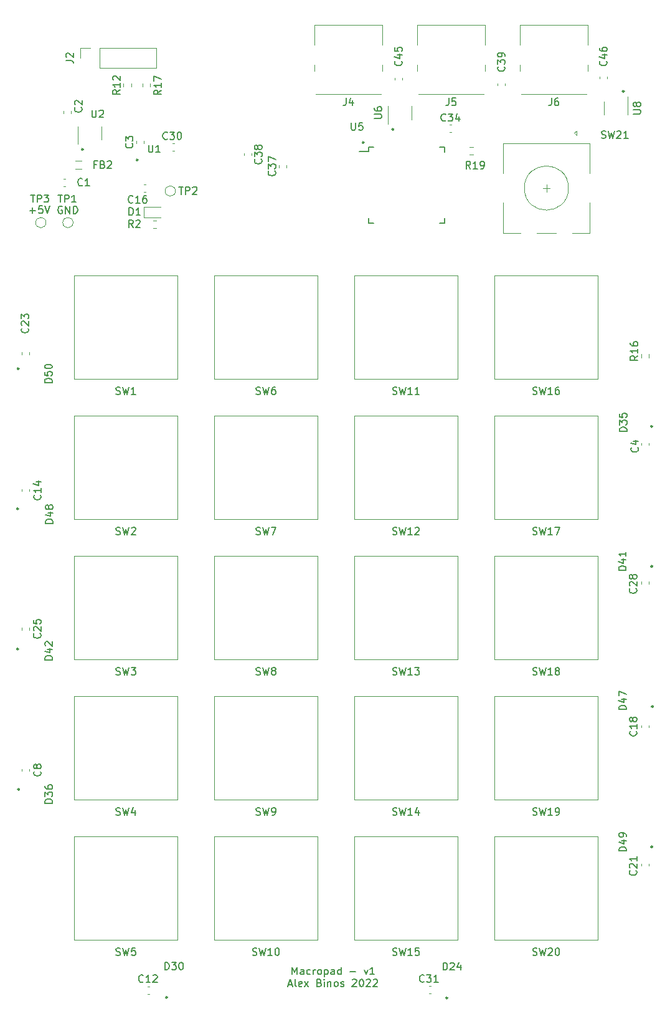
<source format=gbr>
%TF.GenerationSoftware,KiCad,Pcbnew,(5.1.8)-1*%
%TF.CreationDate,2022-08-08T09:51:38+10:00*%
%TF.ProjectId,Macropad,4d616372-6f70-4616-942e-6b696361645f,rev?*%
%TF.SameCoordinates,Original*%
%TF.FileFunction,Legend,Top*%
%TF.FilePolarity,Positive*%
%FSLAX46Y46*%
G04 Gerber Fmt 4.6, Leading zero omitted, Abs format (unit mm)*
G04 Created by KiCad (PCBNEW (5.1.8)-1) date 2022-08-08 09:51:38*
%MOMM*%
%LPD*%
G01*
G04 APERTURE LIST*
%ADD10C,0.250000*%
%ADD11C,0.150000*%
%ADD12C,0.120000*%
G04 APERTURE END LIST*
D10*
X131275000Y-111500000D02*
G75*
G03*
X131275000Y-111500000I-100000J0D01*
G01*
D11*
X82291571Y-185952380D02*
X82291571Y-184952380D01*
X82624904Y-185666666D01*
X82958238Y-184952380D01*
X82958238Y-185952380D01*
X83863000Y-185952380D02*
X83863000Y-185428571D01*
X83815380Y-185333333D01*
X83720142Y-185285714D01*
X83529666Y-185285714D01*
X83434428Y-185333333D01*
X83863000Y-185904761D02*
X83767761Y-185952380D01*
X83529666Y-185952380D01*
X83434428Y-185904761D01*
X83386809Y-185809523D01*
X83386809Y-185714285D01*
X83434428Y-185619047D01*
X83529666Y-185571428D01*
X83767761Y-185571428D01*
X83863000Y-185523809D01*
X84767761Y-185904761D02*
X84672523Y-185952380D01*
X84482047Y-185952380D01*
X84386809Y-185904761D01*
X84339190Y-185857142D01*
X84291571Y-185761904D01*
X84291571Y-185476190D01*
X84339190Y-185380952D01*
X84386809Y-185333333D01*
X84482047Y-185285714D01*
X84672523Y-185285714D01*
X84767761Y-185333333D01*
X85196333Y-185952380D02*
X85196333Y-185285714D01*
X85196333Y-185476190D02*
X85243952Y-185380952D01*
X85291571Y-185333333D01*
X85386809Y-185285714D01*
X85482047Y-185285714D01*
X85958238Y-185952380D02*
X85863000Y-185904761D01*
X85815380Y-185857142D01*
X85767761Y-185761904D01*
X85767761Y-185476190D01*
X85815380Y-185380952D01*
X85863000Y-185333333D01*
X85958238Y-185285714D01*
X86101095Y-185285714D01*
X86196333Y-185333333D01*
X86243952Y-185380952D01*
X86291571Y-185476190D01*
X86291571Y-185761904D01*
X86243952Y-185857142D01*
X86196333Y-185904761D01*
X86101095Y-185952380D01*
X85958238Y-185952380D01*
X86720142Y-185285714D02*
X86720142Y-186285714D01*
X86720142Y-185333333D02*
X86815380Y-185285714D01*
X87005857Y-185285714D01*
X87101095Y-185333333D01*
X87148714Y-185380952D01*
X87196333Y-185476190D01*
X87196333Y-185761904D01*
X87148714Y-185857142D01*
X87101095Y-185904761D01*
X87005857Y-185952380D01*
X86815380Y-185952380D01*
X86720142Y-185904761D01*
X88053476Y-185952380D02*
X88053476Y-185428571D01*
X88005857Y-185333333D01*
X87910619Y-185285714D01*
X87720142Y-185285714D01*
X87624904Y-185333333D01*
X88053476Y-185904761D02*
X87958238Y-185952380D01*
X87720142Y-185952380D01*
X87624904Y-185904761D01*
X87577285Y-185809523D01*
X87577285Y-185714285D01*
X87624904Y-185619047D01*
X87720142Y-185571428D01*
X87958238Y-185571428D01*
X88053476Y-185523809D01*
X88958238Y-185952380D02*
X88958238Y-184952380D01*
X88958238Y-185904761D02*
X88863000Y-185952380D01*
X88672523Y-185952380D01*
X88577285Y-185904761D01*
X88529666Y-185857142D01*
X88482047Y-185761904D01*
X88482047Y-185476190D01*
X88529666Y-185380952D01*
X88577285Y-185333333D01*
X88672523Y-185285714D01*
X88863000Y-185285714D01*
X88958238Y-185333333D01*
X90196333Y-185571428D02*
X90958238Y-185571428D01*
X92101095Y-185285714D02*
X92339190Y-185952380D01*
X92577285Y-185285714D01*
X93482047Y-185952380D02*
X92910619Y-185952380D01*
X93196333Y-185952380D02*
X93196333Y-184952380D01*
X93101095Y-185095238D01*
X93005857Y-185190476D01*
X92910619Y-185238095D01*
X81815380Y-187316666D02*
X82291571Y-187316666D01*
X81720142Y-187602380D02*
X82053476Y-186602380D01*
X82386809Y-187602380D01*
X82863000Y-187602380D02*
X82767761Y-187554761D01*
X82720142Y-187459523D01*
X82720142Y-186602380D01*
X83624904Y-187554761D02*
X83529666Y-187602380D01*
X83339190Y-187602380D01*
X83243952Y-187554761D01*
X83196333Y-187459523D01*
X83196333Y-187078571D01*
X83243952Y-186983333D01*
X83339190Y-186935714D01*
X83529666Y-186935714D01*
X83624904Y-186983333D01*
X83672523Y-187078571D01*
X83672523Y-187173809D01*
X83196333Y-187269047D01*
X84005857Y-187602380D02*
X84529666Y-186935714D01*
X84005857Y-186935714D02*
X84529666Y-187602380D01*
X86005857Y-187078571D02*
X86148714Y-187126190D01*
X86196333Y-187173809D01*
X86243952Y-187269047D01*
X86243952Y-187411904D01*
X86196333Y-187507142D01*
X86148714Y-187554761D01*
X86053476Y-187602380D01*
X85672523Y-187602380D01*
X85672523Y-186602380D01*
X86005857Y-186602380D01*
X86101095Y-186650000D01*
X86148714Y-186697619D01*
X86196333Y-186792857D01*
X86196333Y-186888095D01*
X86148714Y-186983333D01*
X86101095Y-187030952D01*
X86005857Y-187078571D01*
X85672523Y-187078571D01*
X86672523Y-187602380D02*
X86672523Y-186935714D01*
X86672523Y-186602380D02*
X86624904Y-186650000D01*
X86672523Y-186697619D01*
X86720142Y-186650000D01*
X86672523Y-186602380D01*
X86672523Y-186697619D01*
X87148714Y-186935714D02*
X87148714Y-187602380D01*
X87148714Y-187030952D02*
X87196333Y-186983333D01*
X87291571Y-186935714D01*
X87434428Y-186935714D01*
X87529666Y-186983333D01*
X87577285Y-187078571D01*
X87577285Y-187602380D01*
X88196333Y-187602380D02*
X88101095Y-187554761D01*
X88053476Y-187507142D01*
X88005857Y-187411904D01*
X88005857Y-187126190D01*
X88053476Y-187030952D01*
X88101095Y-186983333D01*
X88196333Y-186935714D01*
X88339190Y-186935714D01*
X88434428Y-186983333D01*
X88482047Y-187030952D01*
X88529666Y-187126190D01*
X88529666Y-187411904D01*
X88482047Y-187507142D01*
X88434428Y-187554761D01*
X88339190Y-187602380D01*
X88196333Y-187602380D01*
X88910619Y-187554761D02*
X89005857Y-187602380D01*
X89196333Y-187602380D01*
X89291571Y-187554761D01*
X89339190Y-187459523D01*
X89339190Y-187411904D01*
X89291571Y-187316666D01*
X89196333Y-187269047D01*
X89053476Y-187269047D01*
X88958238Y-187221428D01*
X88910619Y-187126190D01*
X88910619Y-187078571D01*
X88958238Y-186983333D01*
X89053476Y-186935714D01*
X89196333Y-186935714D01*
X89291571Y-186983333D01*
X90482047Y-186697619D02*
X90529666Y-186650000D01*
X90624904Y-186602380D01*
X90863000Y-186602380D01*
X90958238Y-186650000D01*
X91005857Y-186697619D01*
X91053476Y-186792857D01*
X91053476Y-186888095D01*
X91005857Y-187030952D01*
X90434428Y-187602380D01*
X91053476Y-187602380D01*
X91672523Y-186602380D02*
X91767761Y-186602380D01*
X91863000Y-186650000D01*
X91910619Y-186697619D01*
X91958238Y-186792857D01*
X92005857Y-186983333D01*
X92005857Y-187221428D01*
X91958238Y-187411904D01*
X91910619Y-187507142D01*
X91863000Y-187554761D01*
X91767761Y-187602380D01*
X91672523Y-187602380D01*
X91577285Y-187554761D01*
X91529666Y-187507142D01*
X91482047Y-187411904D01*
X91434428Y-187221428D01*
X91434428Y-186983333D01*
X91482047Y-186792857D01*
X91529666Y-186697619D01*
X91577285Y-186650000D01*
X91672523Y-186602380D01*
X92386809Y-186697619D02*
X92434428Y-186650000D01*
X92529666Y-186602380D01*
X92767761Y-186602380D01*
X92863000Y-186650000D01*
X92910619Y-186697619D01*
X92958238Y-186792857D01*
X92958238Y-186888095D01*
X92910619Y-187030952D01*
X92339190Y-187602380D01*
X92958238Y-187602380D01*
X93339190Y-186697619D02*
X93386809Y-186650000D01*
X93482047Y-186602380D01*
X93720142Y-186602380D01*
X93815380Y-186650000D01*
X93863000Y-186697619D01*
X93910619Y-186792857D01*
X93910619Y-186888095D01*
X93863000Y-187030952D01*
X93291571Y-187602380D01*
X93910619Y-187602380D01*
D10*
X45150000Y-103650000D02*
G75*
G03*
X45150000Y-103650000I-100000J0D01*
G01*
X45075000Y-122700000D02*
G75*
G03*
X45075000Y-122700000I-100000J0D01*
G01*
X45075000Y-141750000D02*
G75*
G03*
X45075000Y-141750000I-100000J0D01*
G01*
X45200000Y-160800000D02*
G75*
G03*
X45200000Y-160800000I-100000J0D01*
G01*
X65325000Y-189075000D02*
G75*
G03*
X65325000Y-189075000I-100000J0D01*
G01*
X103425000Y-189150000D02*
G75*
G03*
X103425000Y-189150000I-100000J0D01*
G01*
X131300000Y-168625000D02*
G75*
G03*
X131300000Y-168625000I-100000J0D01*
G01*
X131375000Y-149550000D02*
G75*
G03*
X131375000Y-149550000I-100000J0D01*
G01*
X131300000Y-130525000D02*
G75*
G03*
X131300000Y-130525000I-100000J0D01*
G01*
X61326700Y-75311000D02*
G75*
G03*
X61326700Y-75311000I-100000J0D01*
G01*
X53884500Y-73875900D02*
G75*
G03*
X53884500Y-73875900I-100000J0D01*
G01*
X127430200Y-65976500D02*
G75*
G03*
X127430200Y-65976500I-100000J0D01*
G01*
X96099300Y-71132700D02*
G75*
G03*
X96099300Y-71132700I-100000J0D01*
G01*
X92060700Y-72936100D02*
G75*
G03*
X92060700Y-72936100I-100000J0D01*
G01*
D11*
X51028695Y-81630900D02*
X50933457Y-81583280D01*
X50790600Y-81583280D01*
X50647742Y-81630900D01*
X50552504Y-81726138D01*
X50504885Y-81821376D01*
X50457266Y-82011852D01*
X50457266Y-82154709D01*
X50504885Y-82345185D01*
X50552504Y-82440423D01*
X50647742Y-82535661D01*
X50790600Y-82583280D01*
X50885838Y-82583280D01*
X51028695Y-82535661D01*
X51076314Y-82488042D01*
X51076314Y-82154709D01*
X50885838Y-82154709D01*
X51504885Y-82583280D02*
X51504885Y-81583280D01*
X52076314Y-82583280D01*
X52076314Y-81583280D01*
X52552504Y-82583280D02*
X52552504Y-81583280D01*
X52790600Y-81583280D01*
X52933457Y-81630900D01*
X53028695Y-81726138D01*
X53076314Y-81821376D01*
X53123933Y-82011852D01*
X53123933Y-82154709D01*
X53076314Y-82345185D01*
X53028695Y-82440423D01*
X52933457Y-82535661D01*
X52790600Y-82583280D01*
X52552504Y-82583280D01*
X46644085Y-82164228D02*
X47405990Y-82164228D01*
X47025038Y-82545180D02*
X47025038Y-81783276D01*
X48358371Y-81545180D02*
X47882180Y-81545180D01*
X47834561Y-82021371D01*
X47882180Y-81973752D01*
X47977419Y-81926133D01*
X48215514Y-81926133D01*
X48310752Y-81973752D01*
X48358371Y-82021371D01*
X48405990Y-82116609D01*
X48405990Y-82354704D01*
X48358371Y-82449942D01*
X48310752Y-82497561D01*
X48215514Y-82545180D01*
X47977419Y-82545180D01*
X47882180Y-82497561D01*
X47834561Y-82449942D01*
X48691704Y-81545180D02*
X49025038Y-82545180D01*
X49358371Y-81545180D01*
D12*
%TO.C,R2*%
X63842258Y-84562500D02*
X63367742Y-84562500D01*
X63842258Y-83517500D02*
X63367742Y-83517500D01*
%TO.C,C30*%
X66009420Y-74085000D02*
X66290580Y-74085000D01*
X66009420Y-73065000D02*
X66290580Y-73065000D01*
%TO.C,C28*%
X129790000Y-132609420D02*
X129790000Y-132890580D01*
X130810000Y-132609420D02*
X130810000Y-132890580D01*
%TO.C,R17*%
X61952500Y-65387258D02*
X61952500Y-64912742D01*
X62997500Y-65387258D02*
X62997500Y-64912742D01*
%TO.C,R12*%
X59377500Y-65387258D02*
X59377500Y-64912742D01*
X60422500Y-65387258D02*
X60422500Y-64912742D01*
%TO.C,TP2*%
X66430000Y-79530000D02*
G75*
G03*
X66430000Y-79530000I-700000J0D01*
G01*
%TO.C,C16*%
X62101820Y-79656400D02*
X62382980Y-79656400D01*
X62101820Y-78636400D02*
X62382980Y-78636400D01*
%TO.C,U8*%
X124729600Y-67383000D02*
X124729600Y-69183000D01*
X127949600Y-69183000D02*
X127949600Y-66733000D01*
%TO.C,U6*%
X98536400Y-69810200D02*
X98536400Y-68010200D01*
X95316400Y-68010200D02*
X95316400Y-70460200D01*
%TO.C,J5*%
X108515900Y-56929000D02*
X99325900Y-56929000D01*
X108395900Y-66339000D02*
X99445900Y-66339000D01*
X99325900Y-59659000D02*
X99325900Y-56929000D01*
X108515900Y-59659000D02*
X108515900Y-56929000D01*
X99325900Y-63259000D02*
X99325900Y-62359000D01*
X108515900Y-63259000D02*
X108515900Y-62359000D01*
%TO.C,SW12*%
X90790000Y-110094000D02*
X104790000Y-110094000D01*
X90790000Y-124094000D02*
X90790000Y-110094000D01*
X104790000Y-124094000D02*
X90790000Y-124094000D01*
X104790000Y-124094000D02*
X104790000Y-110094000D01*
%TO.C,SW7*%
X71740000Y-110094000D02*
X85740000Y-110094000D01*
X71740000Y-124094000D02*
X71740000Y-110094000D01*
X85740000Y-124094000D02*
X71740000Y-124094000D01*
X85740000Y-124094000D02*
X85740000Y-110094000D01*
%TO.C,SW17*%
X109840000Y-110094000D02*
X123840000Y-110094000D01*
X109840000Y-124094000D02*
X109840000Y-110094000D01*
X123840000Y-124094000D02*
X109840000Y-124094000D01*
X123840000Y-124094000D02*
X123840000Y-110094000D01*
%TO.C,SW2*%
X52690000Y-110094000D02*
X66690000Y-110094000D01*
X52690000Y-124094000D02*
X52690000Y-110094000D01*
X66690000Y-124094000D02*
X52690000Y-124094000D01*
X66690000Y-124094000D02*
X66690000Y-110094000D01*
%TO.C,C14*%
X45560000Y-120305580D02*
X45560000Y-120024420D01*
X46580000Y-120305580D02*
X46580000Y-120024420D01*
%TO.C,C23*%
X45565000Y-101715580D02*
X45565000Y-101434420D01*
X46585000Y-101715580D02*
X46585000Y-101434420D01*
%TO.C,SW16*%
X109840000Y-91044000D02*
X123840000Y-91044000D01*
X109840000Y-105044000D02*
X109840000Y-91044000D01*
X123840000Y-105044000D02*
X109840000Y-105044000D01*
X123840000Y-105044000D02*
X123840000Y-91044000D01*
%TO.C,SW18*%
X109840000Y-129144000D02*
X123840000Y-129144000D01*
X109840000Y-143144000D02*
X109840000Y-129144000D01*
X123840000Y-143144000D02*
X109840000Y-143144000D01*
X123840000Y-143144000D02*
X123840000Y-129144000D01*
%TO.C,SW8*%
X71740000Y-129144000D02*
X85740000Y-129144000D01*
X71740000Y-143144000D02*
X71740000Y-129144000D01*
X85740000Y-143144000D02*
X71740000Y-143144000D01*
X85740000Y-143144000D02*
X85740000Y-129144000D01*
%TO.C,SW11*%
X90790000Y-91044000D02*
X104790000Y-91044000D01*
X90790000Y-105044000D02*
X90790000Y-91044000D01*
X104790000Y-105044000D02*
X90790000Y-105044000D01*
X104790000Y-105044000D02*
X104790000Y-91044000D01*
%TO.C,SW6*%
X71740000Y-91044000D02*
X85740000Y-91044000D01*
X71740000Y-105044000D02*
X71740000Y-91044000D01*
X85740000Y-105044000D02*
X71740000Y-105044000D01*
X85740000Y-105044000D02*
X85740000Y-91044000D01*
%TO.C,SW13*%
X90790000Y-129144000D02*
X104790000Y-129144000D01*
X90790000Y-143144000D02*
X90790000Y-129144000D01*
X104790000Y-143144000D02*
X90790000Y-143144000D01*
X104790000Y-143144000D02*
X104790000Y-129144000D01*
%TO.C,SW3*%
X52690000Y-129144000D02*
X66690000Y-129144000D01*
X52690000Y-143144000D02*
X52690000Y-129144000D01*
X66690000Y-143144000D02*
X52690000Y-143144000D01*
X66690000Y-143144000D02*
X66690000Y-129144000D01*
%TO.C,SW1*%
X52690000Y-91044000D02*
X66690000Y-91044000D01*
X52690000Y-105044000D02*
X52690000Y-91044000D01*
X66690000Y-105044000D02*
X52690000Y-105044000D01*
X66690000Y-105044000D02*
X66690000Y-91044000D01*
%TO.C,C39*%
X110244160Y-65171900D02*
X110244160Y-64890740D01*
X111264160Y-65171900D02*
X111264160Y-64890740D01*
%TO.C,C46*%
X124077000Y-64275580D02*
X124077000Y-63994420D01*
X125097000Y-64275580D02*
X125097000Y-63994420D01*
%TO.C,C45*%
X96294480Y-64420060D02*
X96294480Y-64138900D01*
X97314480Y-64420060D02*
X97314480Y-64138900D01*
%TO.C,C38*%
X76811600Y-74421420D02*
X76811600Y-74702580D01*
X75791600Y-74421420D02*
X75791600Y-74702580D01*
%TO.C,C37*%
X80516000Y-76315180D02*
X80516000Y-76034020D01*
X81536000Y-76315180D02*
X81536000Y-76034020D01*
D11*
%TO.C,U5*%
X92675960Y-73539600D02*
X92675960Y-74114600D01*
X103025960Y-73539600D02*
X103025960Y-74214600D01*
X103025960Y-83889600D02*
X103025960Y-83214600D01*
X92675960Y-83889600D02*
X92675960Y-83214600D01*
X92675960Y-73539600D02*
X93350960Y-73539600D01*
X92675960Y-83889600D02*
X93350960Y-83889600D01*
X103025960Y-83889600D02*
X102350960Y-83889600D01*
X103025960Y-73539600D02*
X102350960Y-73539600D01*
X92675960Y-74114600D02*
X91400960Y-74114600D01*
D12*
%TO.C,U2*%
X56347000Y-72528000D02*
X56347000Y-70728000D01*
X53127000Y-70728000D02*
X53127000Y-73178000D01*
%TO.C,J6*%
X122485900Y-56929000D02*
X113295900Y-56929000D01*
X122365900Y-66339000D02*
X113415900Y-66339000D01*
X113295900Y-59659000D02*
X113295900Y-56929000D01*
X122485900Y-59659000D02*
X122485900Y-56929000D01*
X113295900Y-63259000D02*
X113295900Y-62359000D01*
X122485900Y-63259000D02*
X122485900Y-62359000D01*
%TO.C,J4*%
X94545900Y-56929000D02*
X85355900Y-56929000D01*
X94425900Y-66339000D02*
X85475900Y-66339000D01*
X85355900Y-59659000D02*
X85355900Y-56929000D01*
X94545900Y-59659000D02*
X94545900Y-56929000D01*
X85355900Y-63259000D02*
X85355900Y-62359000D01*
X94545900Y-63259000D02*
X94545900Y-62359000D01*
%TO.C,FB2*%
X53633722Y-76506000D02*
X52834478Y-76506000D01*
X53633722Y-75386000D02*
X52834478Y-75386000D01*
%TO.C,D1*%
X64382500Y-81675000D02*
X62097500Y-81675000D01*
X62097500Y-81675000D02*
X62097500Y-83145000D01*
X62097500Y-83145000D02*
X64382500Y-83145000D01*
%TO.C,C3*%
X61110400Y-73038580D02*
X61110400Y-72757420D01*
X62130400Y-73038580D02*
X62130400Y-72757420D01*
%TO.C,C2*%
X52210000Y-68965580D02*
X52210000Y-68684420D01*
X51190000Y-68965580D02*
X51190000Y-68684420D01*
%TO.C,C1*%
X51490580Y-78860000D02*
X51209420Y-78860000D01*
X51490580Y-77840000D02*
X51209420Y-77840000D01*
%TO.C,TP3*%
X48833000Y-83820000D02*
G75*
G03*
X48833000Y-83820000I-700000J0D01*
G01*
%TO.C,TP1*%
X52516000Y-83820000D02*
G75*
G03*
X52516000Y-83820000I-700000J0D01*
G01*
%TO.C,SW21*%
X116880000Y-78628000D02*
X116880000Y-79628000D01*
X117380000Y-79128000D02*
X116380000Y-79128000D01*
X113380000Y-85228000D02*
X110980000Y-85228000D01*
X118180000Y-85228000D02*
X115580000Y-85228000D01*
X122780000Y-85228000D02*
X120380000Y-85228000D01*
X120980000Y-71928000D02*
X120680000Y-71628000D01*
X120980000Y-71328000D02*
X120980000Y-71928000D01*
X120680000Y-71628000D02*
X120980000Y-71328000D01*
X122780000Y-73028000D02*
X110980000Y-73028000D01*
X122780000Y-77128000D02*
X122780000Y-73028000D01*
X110980000Y-77128000D02*
X110980000Y-73028000D01*
X110980000Y-85228000D02*
X110980000Y-81128000D01*
X122780000Y-81128000D02*
X122780000Y-85228000D01*
X119880000Y-79128000D02*
G75*
G03*
X119880000Y-79128000I-3000000J0D01*
G01*
%TO.C,SW20*%
X109840000Y-167244000D02*
X123840000Y-167244000D01*
X109840000Y-181244000D02*
X109840000Y-167244000D01*
X123840000Y-181244000D02*
X109840000Y-181244000D01*
X123840000Y-181244000D02*
X123840000Y-167244000D01*
%TO.C,SW19*%
X109840000Y-148194000D02*
X123840000Y-148194000D01*
X109840000Y-162194000D02*
X109840000Y-148194000D01*
X123840000Y-162194000D02*
X109840000Y-162194000D01*
X123840000Y-162194000D02*
X123840000Y-148194000D01*
%TO.C,SW15*%
X90790000Y-167244000D02*
X104790000Y-167244000D01*
X90790000Y-181244000D02*
X90790000Y-167244000D01*
X104790000Y-181244000D02*
X90790000Y-181244000D01*
X104790000Y-181244000D02*
X104790000Y-167244000D01*
%TO.C,SW14*%
X90790000Y-148194000D02*
X104790000Y-148194000D01*
X90790000Y-162194000D02*
X90790000Y-148194000D01*
X104790000Y-162194000D02*
X90790000Y-162194000D01*
X104790000Y-162194000D02*
X104790000Y-148194000D01*
%TO.C,SW10*%
X71740000Y-167244000D02*
X85740000Y-167244000D01*
X71740000Y-181244000D02*
X71740000Y-167244000D01*
X85740000Y-181244000D02*
X71740000Y-181244000D01*
X85740000Y-181244000D02*
X85740000Y-167244000D01*
%TO.C,SW9*%
X71740000Y-148194000D02*
X85740000Y-148194000D01*
X71740000Y-162194000D02*
X71740000Y-148194000D01*
X85740000Y-162194000D02*
X71740000Y-162194000D01*
X85740000Y-162194000D02*
X85740000Y-148194000D01*
%TO.C,SW5*%
X52690000Y-167244000D02*
X66690000Y-167244000D01*
X52690000Y-181244000D02*
X52690000Y-167244000D01*
X66690000Y-181244000D02*
X52690000Y-181244000D01*
X66690000Y-181244000D02*
X66690000Y-167244000D01*
%TO.C,SW4*%
X66690000Y-162194000D02*
X66690000Y-148194000D01*
X66690000Y-162194000D02*
X52690000Y-162194000D01*
X52690000Y-162194000D02*
X52690000Y-148194000D01*
X52690000Y-148194000D02*
X66690000Y-148194000D01*
%TO.C,R19*%
X106412742Y-74586300D02*
X106887258Y-74586300D01*
X106412742Y-73541300D02*
X106887258Y-73541300D01*
%TO.C,R16*%
X130824500Y-101680742D02*
X130824500Y-102155258D01*
X129779500Y-101680742D02*
X129779500Y-102155258D01*
%TO.C,J2*%
X53521300Y-61455300D02*
X53521300Y-60125300D01*
X53521300Y-60125300D02*
X54851300Y-60125300D01*
X56121300Y-60125300D02*
X63801300Y-60125300D01*
X63801300Y-62785300D02*
X63801300Y-60125300D01*
X56121300Y-62785300D02*
X63801300Y-62785300D01*
X56121300Y-62785300D02*
X56121300Y-60125300D01*
%TO.C,C34*%
X103684420Y-71535000D02*
X103965580Y-71535000D01*
X103684420Y-70515000D02*
X103965580Y-70515000D01*
%TO.C,C31*%
X101155580Y-188580000D02*
X100874420Y-188580000D01*
X101155580Y-187560000D02*
X100874420Y-187560000D01*
%TO.C,C25*%
X45580000Y-139140580D02*
X45580000Y-138859420D01*
X46600000Y-139140580D02*
X46600000Y-138859420D01*
%TO.C,C21*%
X130835000Y-170909420D02*
X130835000Y-171190580D01*
X129815000Y-170909420D02*
X129815000Y-171190580D01*
%TO.C,C18*%
X130810000Y-152134420D02*
X130810000Y-152415580D01*
X129790000Y-152134420D02*
X129790000Y-152415580D01*
%TO.C,C12*%
X62885580Y-188610000D02*
X62604420Y-188610000D01*
X62885580Y-187590000D02*
X62604420Y-187590000D01*
%TO.C,C8*%
X45510000Y-158355580D02*
X45510000Y-158074420D01*
X46530000Y-158355580D02*
X46530000Y-158074420D01*
%TO.C,C4*%
X129792000Y-113788880D02*
X129792000Y-114070040D01*
X130812000Y-113788880D02*
X130812000Y-114070040D01*
%TO.C,R2*%
D11*
X60673333Y-84472380D02*
X60340000Y-83996190D01*
X60101904Y-84472380D02*
X60101904Y-83472380D01*
X60482857Y-83472380D01*
X60578095Y-83520000D01*
X60625714Y-83567619D01*
X60673333Y-83662857D01*
X60673333Y-83805714D01*
X60625714Y-83900952D01*
X60578095Y-83948571D01*
X60482857Y-83996190D01*
X60101904Y-83996190D01*
X61054285Y-83567619D02*
X61101904Y-83520000D01*
X61197142Y-83472380D01*
X61435238Y-83472380D01*
X61530476Y-83520000D01*
X61578095Y-83567619D01*
X61625714Y-83662857D01*
X61625714Y-83758095D01*
X61578095Y-83900952D01*
X61006666Y-84472380D01*
X61625714Y-84472380D01*
%TO.C,C30*%
X65337142Y-72427142D02*
X65289523Y-72474761D01*
X65146666Y-72522380D01*
X65051428Y-72522380D01*
X64908571Y-72474761D01*
X64813333Y-72379523D01*
X64765714Y-72284285D01*
X64718095Y-72093809D01*
X64718095Y-71950952D01*
X64765714Y-71760476D01*
X64813333Y-71665238D01*
X64908571Y-71570000D01*
X65051428Y-71522380D01*
X65146666Y-71522380D01*
X65289523Y-71570000D01*
X65337142Y-71617619D01*
X65670476Y-71522380D02*
X66289523Y-71522380D01*
X65956190Y-71903333D01*
X66099047Y-71903333D01*
X66194285Y-71950952D01*
X66241904Y-71998571D01*
X66289523Y-72093809D01*
X66289523Y-72331904D01*
X66241904Y-72427142D01*
X66194285Y-72474761D01*
X66099047Y-72522380D01*
X65813333Y-72522380D01*
X65718095Y-72474761D01*
X65670476Y-72427142D01*
X66908571Y-71522380D02*
X67003809Y-71522380D01*
X67099047Y-71570000D01*
X67146666Y-71617619D01*
X67194285Y-71712857D01*
X67241904Y-71903333D01*
X67241904Y-72141428D01*
X67194285Y-72331904D01*
X67146666Y-72427142D01*
X67099047Y-72474761D01*
X67003809Y-72522380D01*
X66908571Y-72522380D01*
X66813333Y-72474761D01*
X66765714Y-72427142D01*
X66718095Y-72331904D01*
X66670476Y-72141428D01*
X66670476Y-71903333D01*
X66718095Y-71712857D01*
X66765714Y-71617619D01*
X66813333Y-71570000D01*
X66908571Y-71522380D01*
%TO.C,C28*%
X129057142Y-133542857D02*
X129104761Y-133590476D01*
X129152380Y-133733333D01*
X129152380Y-133828571D01*
X129104761Y-133971428D01*
X129009523Y-134066666D01*
X128914285Y-134114285D01*
X128723809Y-134161904D01*
X128580952Y-134161904D01*
X128390476Y-134114285D01*
X128295238Y-134066666D01*
X128200000Y-133971428D01*
X128152380Y-133828571D01*
X128152380Y-133733333D01*
X128200000Y-133590476D01*
X128247619Y-133542857D01*
X128247619Y-133161904D02*
X128200000Y-133114285D01*
X128152380Y-133019047D01*
X128152380Y-132780952D01*
X128200000Y-132685714D01*
X128247619Y-132638095D01*
X128342857Y-132590476D01*
X128438095Y-132590476D01*
X128580952Y-132638095D01*
X129152380Y-133209523D01*
X129152380Y-132590476D01*
X128580952Y-132019047D02*
X128533333Y-132114285D01*
X128485714Y-132161904D01*
X128390476Y-132209523D01*
X128342857Y-132209523D01*
X128247619Y-132161904D01*
X128200000Y-132114285D01*
X128152380Y-132019047D01*
X128152380Y-131828571D01*
X128200000Y-131733333D01*
X128247619Y-131685714D01*
X128342857Y-131638095D01*
X128390476Y-131638095D01*
X128485714Y-131685714D01*
X128533333Y-131733333D01*
X128580952Y-131828571D01*
X128580952Y-132019047D01*
X128628571Y-132114285D01*
X128676190Y-132161904D01*
X128771428Y-132209523D01*
X128961904Y-132209523D01*
X129057142Y-132161904D01*
X129104761Y-132114285D01*
X129152380Y-132019047D01*
X129152380Y-131828571D01*
X129104761Y-131733333D01*
X129057142Y-131685714D01*
X128961904Y-131638095D01*
X128771428Y-131638095D01*
X128676190Y-131685714D01*
X128628571Y-131733333D01*
X128580952Y-131828571D01*
%TO.C,D50*%
X49652380Y-105564285D02*
X48652380Y-105564285D01*
X48652380Y-105326190D01*
X48700000Y-105183333D01*
X48795238Y-105088095D01*
X48890476Y-105040476D01*
X49080952Y-104992857D01*
X49223809Y-104992857D01*
X49414285Y-105040476D01*
X49509523Y-105088095D01*
X49604761Y-105183333D01*
X49652380Y-105326190D01*
X49652380Y-105564285D01*
X48652380Y-104088095D02*
X48652380Y-104564285D01*
X49128571Y-104611904D01*
X49080952Y-104564285D01*
X49033333Y-104469047D01*
X49033333Y-104230952D01*
X49080952Y-104135714D01*
X49128571Y-104088095D01*
X49223809Y-104040476D01*
X49461904Y-104040476D01*
X49557142Y-104088095D01*
X49604761Y-104135714D01*
X49652380Y-104230952D01*
X49652380Y-104469047D01*
X49604761Y-104564285D01*
X49557142Y-104611904D01*
X48652380Y-103421428D02*
X48652380Y-103326190D01*
X48700000Y-103230952D01*
X48747619Y-103183333D01*
X48842857Y-103135714D01*
X49033333Y-103088095D01*
X49271428Y-103088095D01*
X49461904Y-103135714D01*
X49557142Y-103183333D01*
X49604761Y-103230952D01*
X49652380Y-103326190D01*
X49652380Y-103421428D01*
X49604761Y-103516666D01*
X49557142Y-103564285D01*
X49461904Y-103611904D01*
X49271428Y-103659523D01*
X49033333Y-103659523D01*
X48842857Y-103611904D01*
X48747619Y-103564285D01*
X48700000Y-103516666D01*
X48652380Y-103421428D01*
%TO.C,D49*%
X127752380Y-169189285D02*
X126752380Y-169189285D01*
X126752380Y-168951190D01*
X126800000Y-168808333D01*
X126895238Y-168713095D01*
X126990476Y-168665476D01*
X127180952Y-168617857D01*
X127323809Y-168617857D01*
X127514285Y-168665476D01*
X127609523Y-168713095D01*
X127704761Y-168808333D01*
X127752380Y-168951190D01*
X127752380Y-169189285D01*
X127085714Y-167760714D02*
X127752380Y-167760714D01*
X126704761Y-167998809D02*
X127419047Y-168236904D01*
X127419047Y-167617857D01*
X127752380Y-167189285D02*
X127752380Y-166998809D01*
X127704761Y-166903571D01*
X127657142Y-166855952D01*
X127514285Y-166760714D01*
X127323809Y-166713095D01*
X126942857Y-166713095D01*
X126847619Y-166760714D01*
X126800000Y-166808333D01*
X126752380Y-166903571D01*
X126752380Y-167094047D01*
X126800000Y-167189285D01*
X126847619Y-167236904D01*
X126942857Y-167284523D01*
X127180952Y-167284523D01*
X127276190Y-167236904D01*
X127323809Y-167189285D01*
X127371428Y-167094047D01*
X127371428Y-166903571D01*
X127323809Y-166808333D01*
X127276190Y-166760714D01*
X127180952Y-166713095D01*
%TO.C,D48*%
X49777380Y-124664285D02*
X48777380Y-124664285D01*
X48777380Y-124426190D01*
X48825000Y-124283333D01*
X48920238Y-124188095D01*
X49015476Y-124140476D01*
X49205952Y-124092857D01*
X49348809Y-124092857D01*
X49539285Y-124140476D01*
X49634523Y-124188095D01*
X49729761Y-124283333D01*
X49777380Y-124426190D01*
X49777380Y-124664285D01*
X49110714Y-123235714D02*
X49777380Y-123235714D01*
X48729761Y-123473809D02*
X49444047Y-123711904D01*
X49444047Y-123092857D01*
X49205952Y-122569047D02*
X49158333Y-122664285D01*
X49110714Y-122711904D01*
X49015476Y-122759523D01*
X48967857Y-122759523D01*
X48872619Y-122711904D01*
X48825000Y-122664285D01*
X48777380Y-122569047D01*
X48777380Y-122378571D01*
X48825000Y-122283333D01*
X48872619Y-122235714D01*
X48967857Y-122188095D01*
X49015476Y-122188095D01*
X49110714Y-122235714D01*
X49158333Y-122283333D01*
X49205952Y-122378571D01*
X49205952Y-122569047D01*
X49253571Y-122664285D01*
X49301190Y-122711904D01*
X49396428Y-122759523D01*
X49586904Y-122759523D01*
X49682142Y-122711904D01*
X49729761Y-122664285D01*
X49777380Y-122569047D01*
X49777380Y-122378571D01*
X49729761Y-122283333D01*
X49682142Y-122235714D01*
X49586904Y-122188095D01*
X49396428Y-122188095D01*
X49301190Y-122235714D01*
X49253571Y-122283333D01*
X49205952Y-122378571D01*
%TO.C,D47*%
X127727380Y-149964285D02*
X126727380Y-149964285D01*
X126727380Y-149726190D01*
X126775000Y-149583333D01*
X126870238Y-149488095D01*
X126965476Y-149440476D01*
X127155952Y-149392857D01*
X127298809Y-149392857D01*
X127489285Y-149440476D01*
X127584523Y-149488095D01*
X127679761Y-149583333D01*
X127727380Y-149726190D01*
X127727380Y-149964285D01*
X127060714Y-148535714D02*
X127727380Y-148535714D01*
X126679761Y-148773809D02*
X127394047Y-149011904D01*
X127394047Y-148392857D01*
X126727380Y-148107142D02*
X126727380Y-147440476D01*
X127727380Y-147869047D01*
%TO.C,D42*%
X49702380Y-143214285D02*
X48702380Y-143214285D01*
X48702380Y-142976190D01*
X48750000Y-142833333D01*
X48845238Y-142738095D01*
X48940476Y-142690476D01*
X49130952Y-142642857D01*
X49273809Y-142642857D01*
X49464285Y-142690476D01*
X49559523Y-142738095D01*
X49654761Y-142833333D01*
X49702380Y-142976190D01*
X49702380Y-143214285D01*
X49035714Y-141785714D02*
X49702380Y-141785714D01*
X48654761Y-142023809D02*
X49369047Y-142261904D01*
X49369047Y-141642857D01*
X48797619Y-141309523D02*
X48750000Y-141261904D01*
X48702380Y-141166666D01*
X48702380Y-140928571D01*
X48750000Y-140833333D01*
X48797619Y-140785714D01*
X48892857Y-140738095D01*
X48988095Y-140738095D01*
X49130952Y-140785714D01*
X49702380Y-141357142D01*
X49702380Y-140738095D01*
%TO.C,D41*%
X127702380Y-131039285D02*
X126702380Y-131039285D01*
X126702380Y-130801190D01*
X126750000Y-130658333D01*
X126845238Y-130563095D01*
X126940476Y-130515476D01*
X127130952Y-130467857D01*
X127273809Y-130467857D01*
X127464285Y-130515476D01*
X127559523Y-130563095D01*
X127654761Y-130658333D01*
X127702380Y-130801190D01*
X127702380Y-131039285D01*
X127035714Y-129610714D02*
X127702380Y-129610714D01*
X126654761Y-129848809D02*
X127369047Y-130086904D01*
X127369047Y-129467857D01*
X127702380Y-128563095D02*
X127702380Y-129134523D01*
X127702380Y-128848809D02*
X126702380Y-128848809D01*
X126845238Y-128944047D01*
X126940476Y-129039285D01*
X126988095Y-129134523D01*
%TO.C,D36*%
X49702380Y-162689285D02*
X48702380Y-162689285D01*
X48702380Y-162451190D01*
X48750000Y-162308333D01*
X48845238Y-162213095D01*
X48940476Y-162165476D01*
X49130952Y-162117857D01*
X49273809Y-162117857D01*
X49464285Y-162165476D01*
X49559523Y-162213095D01*
X49654761Y-162308333D01*
X49702380Y-162451190D01*
X49702380Y-162689285D01*
X48702380Y-161784523D02*
X48702380Y-161165476D01*
X49083333Y-161498809D01*
X49083333Y-161355952D01*
X49130952Y-161260714D01*
X49178571Y-161213095D01*
X49273809Y-161165476D01*
X49511904Y-161165476D01*
X49607142Y-161213095D01*
X49654761Y-161260714D01*
X49702380Y-161355952D01*
X49702380Y-161641666D01*
X49654761Y-161736904D01*
X49607142Y-161784523D01*
X48702380Y-160308333D02*
X48702380Y-160498809D01*
X48750000Y-160594047D01*
X48797619Y-160641666D01*
X48940476Y-160736904D01*
X49130952Y-160784523D01*
X49511904Y-160784523D01*
X49607142Y-160736904D01*
X49654761Y-160689285D01*
X49702380Y-160594047D01*
X49702380Y-160403571D01*
X49654761Y-160308333D01*
X49607142Y-160260714D01*
X49511904Y-160213095D01*
X49273809Y-160213095D01*
X49178571Y-160260714D01*
X49130952Y-160308333D01*
X49083333Y-160403571D01*
X49083333Y-160594047D01*
X49130952Y-160689285D01*
X49178571Y-160736904D01*
X49273809Y-160784523D01*
%TO.C,D35*%
X127802380Y-112189285D02*
X126802380Y-112189285D01*
X126802380Y-111951190D01*
X126850000Y-111808333D01*
X126945238Y-111713095D01*
X127040476Y-111665476D01*
X127230952Y-111617857D01*
X127373809Y-111617857D01*
X127564285Y-111665476D01*
X127659523Y-111713095D01*
X127754761Y-111808333D01*
X127802380Y-111951190D01*
X127802380Y-112189285D01*
X126802380Y-111284523D02*
X126802380Y-110665476D01*
X127183333Y-110998809D01*
X127183333Y-110855952D01*
X127230952Y-110760714D01*
X127278571Y-110713095D01*
X127373809Y-110665476D01*
X127611904Y-110665476D01*
X127707142Y-110713095D01*
X127754761Y-110760714D01*
X127802380Y-110855952D01*
X127802380Y-111141666D01*
X127754761Y-111236904D01*
X127707142Y-111284523D01*
X126802380Y-109760714D02*
X126802380Y-110236904D01*
X127278571Y-110284523D01*
X127230952Y-110236904D01*
X127183333Y-110141666D01*
X127183333Y-109903571D01*
X127230952Y-109808333D01*
X127278571Y-109760714D01*
X127373809Y-109713095D01*
X127611904Y-109713095D01*
X127707142Y-109760714D01*
X127754761Y-109808333D01*
X127802380Y-109903571D01*
X127802380Y-110141666D01*
X127754761Y-110236904D01*
X127707142Y-110284523D01*
%TO.C,D30*%
X65010714Y-185302380D02*
X65010714Y-184302380D01*
X65248809Y-184302380D01*
X65391666Y-184350000D01*
X65486904Y-184445238D01*
X65534523Y-184540476D01*
X65582142Y-184730952D01*
X65582142Y-184873809D01*
X65534523Y-185064285D01*
X65486904Y-185159523D01*
X65391666Y-185254761D01*
X65248809Y-185302380D01*
X65010714Y-185302380D01*
X65915476Y-184302380D02*
X66534523Y-184302380D01*
X66201190Y-184683333D01*
X66344047Y-184683333D01*
X66439285Y-184730952D01*
X66486904Y-184778571D01*
X66534523Y-184873809D01*
X66534523Y-185111904D01*
X66486904Y-185207142D01*
X66439285Y-185254761D01*
X66344047Y-185302380D01*
X66058333Y-185302380D01*
X65963095Y-185254761D01*
X65915476Y-185207142D01*
X67153571Y-184302380D02*
X67248809Y-184302380D01*
X67344047Y-184350000D01*
X67391666Y-184397619D01*
X67439285Y-184492857D01*
X67486904Y-184683333D01*
X67486904Y-184921428D01*
X67439285Y-185111904D01*
X67391666Y-185207142D01*
X67344047Y-185254761D01*
X67248809Y-185302380D01*
X67153571Y-185302380D01*
X67058333Y-185254761D01*
X67010714Y-185207142D01*
X66963095Y-185111904D01*
X66915476Y-184921428D01*
X66915476Y-184683333D01*
X66963095Y-184492857D01*
X67010714Y-184397619D01*
X67058333Y-184350000D01*
X67153571Y-184302380D01*
%TO.C,D24*%
X102835714Y-185352380D02*
X102835714Y-184352380D01*
X103073809Y-184352380D01*
X103216666Y-184400000D01*
X103311904Y-184495238D01*
X103359523Y-184590476D01*
X103407142Y-184780952D01*
X103407142Y-184923809D01*
X103359523Y-185114285D01*
X103311904Y-185209523D01*
X103216666Y-185304761D01*
X103073809Y-185352380D01*
X102835714Y-185352380D01*
X103788095Y-184447619D02*
X103835714Y-184400000D01*
X103930952Y-184352380D01*
X104169047Y-184352380D01*
X104264285Y-184400000D01*
X104311904Y-184447619D01*
X104359523Y-184542857D01*
X104359523Y-184638095D01*
X104311904Y-184780952D01*
X103740476Y-185352380D01*
X104359523Y-185352380D01*
X105216666Y-184685714D02*
X105216666Y-185352380D01*
X104978571Y-184304761D02*
X104740476Y-185019047D01*
X105359523Y-185019047D01*
%TO.C,R17*%
X64512380Y-65832857D02*
X64036190Y-66166190D01*
X64512380Y-66404285D02*
X63512380Y-66404285D01*
X63512380Y-66023333D01*
X63560000Y-65928095D01*
X63607619Y-65880476D01*
X63702857Y-65832857D01*
X63845714Y-65832857D01*
X63940952Y-65880476D01*
X63988571Y-65928095D01*
X64036190Y-66023333D01*
X64036190Y-66404285D01*
X64512380Y-64880476D02*
X64512380Y-65451904D01*
X64512380Y-65166190D02*
X63512380Y-65166190D01*
X63655238Y-65261428D01*
X63750476Y-65356666D01*
X63798095Y-65451904D01*
X63512380Y-64547142D02*
X63512380Y-63880476D01*
X64512380Y-64309047D01*
%TO.C,R12*%
X58922380Y-65792857D02*
X58446190Y-66126190D01*
X58922380Y-66364285D02*
X57922380Y-66364285D01*
X57922380Y-65983333D01*
X57970000Y-65888095D01*
X58017619Y-65840476D01*
X58112857Y-65792857D01*
X58255714Y-65792857D01*
X58350952Y-65840476D01*
X58398571Y-65888095D01*
X58446190Y-65983333D01*
X58446190Y-66364285D01*
X58922380Y-64840476D02*
X58922380Y-65411904D01*
X58922380Y-65126190D02*
X57922380Y-65126190D01*
X58065238Y-65221428D01*
X58160476Y-65316666D01*
X58208095Y-65411904D01*
X58017619Y-64459523D02*
X57970000Y-64411904D01*
X57922380Y-64316666D01*
X57922380Y-64078571D01*
X57970000Y-63983333D01*
X58017619Y-63935714D01*
X58112857Y-63888095D01*
X58208095Y-63888095D01*
X58350952Y-63935714D01*
X58922380Y-64507142D01*
X58922380Y-63888095D01*
%TO.C,TP2*%
X66918095Y-78962380D02*
X67489523Y-78962380D01*
X67203809Y-79962380D02*
X67203809Y-78962380D01*
X67822857Y-79962380D02*
X67822857Y-78962380D01*
X68203809Y-78962380D01*
X68299047Y-79010000D01*
X68346666Y-79057619D01*
X68394285Y-79152857D01*
X68394285Y-79295714D01*
X68346666Y-79390952D01*
X68299047Y-79438571D01*
X68203809Y-79486190D01*
X67822857Y-79486190D01*
X68775238Y-79057619D02*
X68822857Y-79010000D01*
X68918095Y-78962380D01*
X69156190Y-78962380D01*
X69251428Y-79010000D01*
X69299047Y-79057619D01*
X69346666Y-79152857D01*
X69346666Y-79248095D01*
X69299047Y-79390952D01*
X68727619Y-79962380D01*
X69346666Y-79962380D01*
%TO.C,C16*%
X60647342Y-81065642D02*
X60599723Y-81113261D01*
X60456866Y-81160880D01*
X60361628Y-81160880D01*
X60218771Y-81113261D01*
X60123533Y-81018023D01*
X60075914Y-80922785D01*
X60028295Y-80732309D01*
X60028295Y-80589452D01*
X60075914Y-80398976D01*
X60123533Y-80303738D01*
X60218771Y-80208500D01*
X60361628Y-80160880D01*
X60456866Y-80160880D01*
X60599723Y-80208500D01*
X60647342Y-80256119D01*
X61599723Y-81160880D02*
X61028295Y-81160880D01*
X61314009Y-81160880D02*
X61314009Y-80160880D01*
X61218771Y-80303738D01*
X61123533Y-80398976D01*
X61028295Y-80446595D01*
X62456866Y-80160880D02*
X62266390Y-80160880D01*
X62171152Y-80208500D01*
X62123533Y-80256119D01*
X62028295Y-80398976D01*
X61980676Y-80589452D01*
X61980676Y-80970404D01*
X62028295Y-81065642D01*
X62075914Y-81113261D01*
X62171152Y-81160880D01*
X62361628Y-81160880D01*
X62456866Y-81113261D01*
X62504485Y-81065642D01*
X62552104Y-80970404D01*
X62552104Y-80732309D01*
X62504485Y-80637071D01*
X62456866Y-80589452D01*
X62361628Y-80541833D01*
X62171152Y-80541833D01*
X62075914Y-80589452D01*
X62028295Y-80637071D01*
X61980676Y-80732309D01*
%TO.C,U8*%
X128691980Y-69044904D02*
X129501504Y-69044904D01*
X129596742Y-68997285D01*
X129644361Y-68949666D01*
X129691980Y-68854428D01*
X129691980Y-68663952D01*
X129644361Y-68568714D01*
X129596742Y-68521095D01*
X129501504Y-68473476D01*
X128691980Y-68473476D01*
X129120552Y-67854428D02*
X129072933Y-67949666D01*
X129025314Y-67997285D01*
X128930076Y-68044904D01*
X128882457Y-68044904D01*
X128787219Y-67997285D01*
X128739600Y-67949666D01*
X128691980Y-67854428D01*
X128691980Y-67663952D01*
X128739600Y-67568714D01*
X128787219Y-67521095D01*
X128882457Y-67473476D01*
X128930076Y-67473476D01*
X129025314Y-67521095D01*
X129072933Y-67568714D01*
X129120552Y-67663952D01*
X129120552Y-67854428D01*
X129168171Y-67949666D01*
X129215790Y-67997285D01*
X129311028Y-68044904D01*
X129501504Y-68044904D01*
X129596742Y-67997285D01*
X129644361Y-67949666D01*
X129691980Y-67854428D01*
X129691980Y-67663952D01*
X129644361Y-67568714D01*
X129596742Y-67521095D01*
X129501504Y-67473476D01*
X129311028Y-67473476D01*
X129215790Y-67521095D01*
X129168171Y-67568714D01*
X129120552Y-67663952D01*
%TO.C,U6*%
X93478780Y-69672104D02*
X94288304Y-69672104D01*
X94383542Y-69624485D01*
X94431161Y-69576866D01*
X94478780Y-69481628D01*
X94478780Y-69291152D01*
X94431161Y-69195914D01*
X94383542Y-69148295D01*
X94288304Y-69100676D01*
X93478780Y-69100676D01*
X93478780Y-68195914D02*
X93478780Y-68386390D01*
X93526400Y-68481628D01*
X93574019Y-68529247D01*
X93716876Y-68624485D01*
X93907352Y-68672104D01*
X94288304Y-68672104D01*
X94383542Y-68624485D01*
X94431161Y-68576866D01*
X94478780Y-68481628D01*
X94478780Y-68291152D01*
X94431161Y-68195914D01*
X94383542Y-68148295D01*
X94288304Y-68100676D01*
X94050209Y-68100676D01*
X93954971Y-68148295D01*
X93907352Y-68195914D01*
X93859733Y-68291152D01*
X93859733Y-68481628D01*
X93907352Y-68576866D01*
X93954971Y-68624485D01*
X94050209Y-68672104D01*
%TO.C,J5*%
X103587566Y-66911380D02*
X103587566Y-67625666D01*
X103539947Y-67768523D01*
X103444709Y-67863761D01*
X103301852Y-67911380D01*
X103206614Y-67911380D01*
X104539947Y-66911380D02*
X104063757Y-66911380D01*
X104016138Y-67387571D01*
X104063757Y-67339952D01*
X104158995Y-67292333D01*
X104397090Y-67292333D01*
X104492328Y-67339952D01*
X104539947Y-67387571D01*
X104587566Y-67482809D01*
X104587566Y-67720904D01*
X104539947Y-67816142D01*
X104492328Y-67863761D01*
X104397090Y-67911380D01*
X104158995Y-67911380D01*
X104063757Y-67863761D01*
X104016138Y-67816142D01*
%TO.C,SW12*%
X95980476Y-126161261D02*
X96123333Y-126208880D01*
X96361428Y-126208880D01*
X96456666Y-126161261D01*
X96504285Y-126113642D01*
X96551904Y-126018404D01*
X96551904Y-125923166D01*
X96504285Y-125827928D01*
X96456666Y-125780309D01*
X96361428Y-125732690D01*
X96170952Y-125685071D01*
X96075714Y-125637452D01*
X96028095Y-125589833D01*
X95980476Y-125494595D01*
X95980476Y-125399357D01*
X96028095Y-125304119D01*
X96075714Y-125256500D01*
X96170952Y-125208880D01*
X96409047Y-125208880D01*
X96551904Y-125256500D01*
X96885238Y-125208880D02*
X97123333Y-126208880D01*
X97313809Y-125494595D01*
X97504285Y-126208880D01*
X97742380Y-125208880D01*
X98647142Y-126208880D02*
X98075714Y-126208880D01*
X98361428Y-126208880D02*
X98361428Y-125208880D01*
X98266190Y-125351738D01*
X98170952Y-125446976D01*
X98075714Y-125494595D01*
X99028095Y-125304119D02*
X99075714Y-125256500D01*
X99170952Y-125208880D01*
X99409047Y-125208880D01*
X99504285Y-125256500D01*
X99551904Y-125304119D01*
X99599523Y-125399357D01*
X99599523Y-125494595D01*
X99551904Y-125637452D01*
X98980476Y-126208880D01*
X99599523Y-126208880D01*
%TO.C,SW7*%
X77406666Y-126161261D02*
X77549523Y-126208880D01*
X77787619Y-126208880D01*
X77882857Y-126161261D01*
X77930476Y-126113642D01*
X77978095Y-126018404D01*
X77978095Y-125923166D01*
X77930476Y-125827928D01*
X77882857Y-125780309D01*
X77787619Y-125732690D01*
X77597142Y-125685071D01*
X77501904Y-125637452D01*
X77454285Y-125589833D01*
X77406666Y-125494595D01*
X77406666Y-125399357D01*
X77454285Y-125304119D01*
X77501904Y-125256500D01*
X77597142Y-125208880D01*
X77835238Y-125208880D01*
X77978095Y-125256500D01*
X78311428Y-125208880D02*
X78549523Y-126208880D01*
X78740000Y-125494595D01*
X78930476Y-126208880D01*
X79168571Y-125208880D01*
X79454285Y-125208880D02*
X80120952Y-125208880D01*
X79692380Y-126208880D01*
%TO.C,SW17*%
X115030476Y-126161261D02*
X115173333Y-126208880D01*
X115411428Y-126208880D01*
X115506666Y-126161261D01*
X115554285Y-126113642D01*
X115601904Y-126018404D01*
X115601904Y-125923166D01*
X115554285Y-125827928D01*
X115506666Y-125780309D01*
X115411428Y-125732690D01*
X115220952Y-125685071D01*
X115125714Y-125637452D01*
X115078095Y-125589833D01*
X115030476Y-125494595D01*
X115030476Y-125399357D01*
X115078095Y-125304119D01*
X115125714Y-125256500D01*
X115220952Y-125208880D01*
X115459047Y-125208880D01*
X115601904Y-125256500D01*
X115935238Y-125208880D02*
X116173333Y-126208880D01*
X116363809Y-125494595D01*
X116554285Y-126208880D01*
X116792380Y-125208880D01*
X117697142Y-126208880D02*
X117125714Y-126208880D01*
X117411428Y-126208880D02*
X117411428Y-125208880D01*
X117316190Y-125351738D01*
X117220952Y-125446976D01*
X117125714Y-125494595D01*
X118030476Y-125208880D02*
X118697142Y-125208880D01*
X118268571Y-126208880D01*
%TO.C,SW2*%
X58356666Y-126161261D02*
X58499523Y-126208880D01*
X58737619Y-126208880D01*
X58832857Y-126161261D01*
X58880476Y-126113642D01*
X58928095Y-126018404D01*
X58928095Y-125923166D01*
X58880476Y-125827928D01*
X58832857Y-125780309D01*
X58737619Y-125732690D01*
X58547142Y-125685071D01*
X58451904Y-125637452D01*
X58404285Y-125589833D01*
X58356666Y-125494595D01*
X58356666Y-125399357D01*
X58404285Y-125304119D01*
X58451904Y-125256500D01*
X58547142Y-125208880D01*
X58785238Y-125208880D01*
X58928095Y-125256500D01*
X59261428Y-125208880D02*
X59499523Y-126208880D01*
X59690000Y-125494595D01*
X59880476Y-126208880D01*
X60118571Y-125208880D01*
X60451904Y-125304119D02*
X60499523Y-125256500D01*
X60594761Y-125208880D01*
X60832857Y-125208880D01*
X60928095Y-125256500D01*
X60975714Y-125304119D01*
X61023333Y-125399357D01*
X61023333Y-125494595D01*
X60975714Y-125637452D01*
X60404285Y-126208880D01*
X61023333Y-126208880D01*
%TO.C,C14*%
X48057142Y-120842857D02*
X48104761Y-120890476D01*
X48152380Y-121033333D01*
X48152380Y-121128571D01*
X48104761Y-121271428D01*
X48009523Y-121366666D01*
X47914285Y-121414285D01*
X47723809Y-121461904D01*
X47580952Y-121461904D01*
X47390476Y-121414285D01*
X47295238Y-121366666D01*
X47200000Y-121271428D01*
X47152380Y-121128571D01*
X47152380Y-121033333D01*
X47200000Y-120890476D01*
X47247619Y-120842857D01*
X48152380Y-119890476D02*
X48152380Y-120461904D01*
X48152380Y-120176190D02*
X47152380Y-120176190D01*
X47295238Y-120271428D01*
X47390476Y-120366666D01*
X47438095Y-120461904D01*
X47485714Y-119033333D02*
X48152380Y-119033333D01*
X47104761Y-119271428D02*
X47819047Y-119509523D01*
X47819047Y-118890476D01*
%TO.C,C23*%
X46382142Y-98167857D02*
X46429761Y-98215476D01*
X46477380Y-98358333D01*
X46477380Y-98453571D01*
X46429761Y-98596428D01*
X46334523Y-98691666D01*
X46239285Y-98739285D01*
X46048809Y-98786904D01*
X45905952Y-98786904D01*
X45715476Y-98739285D01*
X45620238Y-98691666D01*
X45525000Y-98596428D01*
X45477380Y-98453571D01*
X45477380Y-98358333D01*
X45525000Y-98215476D01*
X45572619Y-98167857D01*
X45572619Y-97786904D02*
X45525000Y-97739285D01*
X45477380Y-97644047D01*
X45477380Y-97405952D01*
X45525000Y-97310714D01*
X45572619Y-97263095D01*
X45667857Y-97215476D01*
X45763095Y-97215476D01*
X45905952Y-97263095D01*
X46477380Y-97834523D01*
X46477380Y-97215476D01*
X45477380Y-96882142D02*
X45477380Y-96263095D01*
X45858333Y-96596428D01*
X45858333Y-96453571D01*
X45905952Y-96358333D01*
X45953571Y-96310714D01*
X46048809Y-96263095D01*
X46286904Y-96263095D01*
X46382142Y-96310714D01*
X46429761Y-96358333D01*
X46477380Y-96453571D01*
X46477380Y-96739285D01*
X46429761Y-96834523D01*
X46382142Y-96882142D01*
%TO.C,SW16*%
X115030476Y-107111261D02*
X115173333Y-107158880D01*
X115411428Y-107158880D01*
X115506666Y-107111261D01*
X115554285Y-107063642D01*
X115601904Y-106968404D01*
X115601904Y-106873166D01*
X115554285Y-106777928D01*
X115506666Y-106730309D01*
X115411428Y-106682690D01*
X115220952Y-106635071D01*
X115125714Y-106587452D01*
X115078095Y-106539833D01*
X115030476Y-106444595D01*
X115030476Y-106349357D01*
X115078095Y-106254119D01*
X115125714Y-106206500D01*
X115220952Y-106158880D01*
X115459047Y-106158880D01*
X115601904Y-106206500D01*
X115935238Y-106158880D02*
X116173333Y-107158880D01*
X116363809Y-106444595D01*
X116554285Y-107158880D01*
X116792380Y-106158880D01*
X117697142Y-107158880D02*
X117125714Y-107158880D01*
X117411428Y-107158880D02*
X117411428Y-106158880D01*
X117316190Y-106301738D01*
X117220952Y-106396976D01*
X117125714Y-106444595D01*
X118554285Y-106158880D02*
X118363809Y-106158880D01*
X118268571Y-106206500D01*
X118220952Y-106254119D01*
X118125714Y-106396976D01*
X118078095Y-106587452D01*
X118078095Y-106968404D01*
X118125714Y-107063642D01*
X118173333Y-107111261D01*
X118268571Y-107158880D01*
X118459047Y-107158880D01*
X118554285Y-107111261D01*
X118601904Y-107063642D01*
X118649523Y-106968404D01*
X118649523Y-106730309D01*
X118601904Y-106635071D01*
X118554285Y-106587452D01*
X118459047Y-106539833D01*
X118268571Y-106539833D01*
X118173333Y-106587452D01*
X118125714Y-106635071D01*
X118078095Y-106730309D01*
%TO.C,SW18*%
X115030476Y-145211261D02*
X115173333Y-145258880D01*
X115411428Y-145258880D01*
X115506666Y-145211261D01*
X115554285Y-145163642D01*
X115601904Y-145068404D01*
X115601904Y-144973166D01*
X115554285Y-144877928D01*
X115506666Y-144830309D01*
X115411428Y-144782690D01*
X115220952Y-144735071D01*
X115125714Y-144687452D01*
X115078095Y-144639833D01*
X115030476Y-144544595D01*
X115030476Y-144449357D01*
X115078095Y-144354119D01*
X115125714Y-144306500D01*
X115220952Y-144258880D01*
X115459047Y-144258880D01*
X115601904Y-144306500D01*
X115935238Y-144258880D02*
X116173333Y-145258880D01*
X116363809Y-144544595D01*
X116554285Y-145258880D01*
X116792380Y-144258880D01*
X117697142Y-145258880D02*
X117125714Y-145258880D01*
X117411428Y-145258880D02*
X117411428Y-144258880D01*
X117316190Y-144401738D01*
X117220952Y-144496976D01*
X117125714Y-144544595D01*
X118268571Y-144687452D02*
X118173333Y-144639833D01*
X118125714Y-144592214D01*
X118078095Y-144496976D01*
X118078095Y-144449357D01*
X118125714Y-144354119D01*
X118173333Y-144306500D01*
X118268571Y-144258880D01*
X118459047Y-144258880D01*
X118554285Y-144306500D01*
X118601904Y-144354119D01*
X118649523Y-144449357D01*
X118649523Y-144496976D01*
X118601904Y-144592214D01*
X118554285Y-144639833D01*
X118459047Y-144687452D01*
X118268571Y-144687452D01*
X118173333Y-144735071D01*
X118125714Y-144782690D01*
X118078095Y-144877928D01*
X118078095Y-145068404D01*
X118125714Y-145163642D01*
X118173333Y-145211261D01*
X118268571Y-145258880D01*
X118459047Y-145258880D01*
X118554285Y-145211261D01*
X118601904Y-145163642D01*
X118649523Y-145068404D01*
X118649523Y-144877928D01*
X118601904Y-144782690D01*
X118554285Y-144735071D01*
X118459047Y-144687452D01*
%TO.C,SW8*%
X77406666Y-145211261D02*
X77549523Y-145258880D01*
X77787619Y-145258880D01*
X77882857Y-145211261D01*
X77930476Y-145163642D01*
X77978095Y-145068404D01*
X77978095Y-144973166D01*
X77930476Y-144877928D01*
X77882857Y-144830309D01*
X77787619Y-144782690D01*
X77597142Y-144735071D01*
X77501904Y-144687452D01*
X77454285Y-144639833D01*
X77406666Y-144544595D01*
X77406666Y-144449357D01*
X77454285Y-144354119D01*
X77501904Y-144306500D01*
X77597142Y-144258880D01*
X77835238Y-144258880D01*
X77978095Y-144306500D01*
X78311428Y-144258880D02*
X78549523Y-145258880D01*
X78740000Y-144544595D01*
X78930476Y-145258880D01*
X79168571Y-144258880D01*
X79692380Y-144687452D02*
X79597142Y-144639833D01*
X79549523Y-144592214D01*
X79501904Y-144496976D01*
X79501904Y-144449357D01*
X79549523Y-144354119D01*
X79597142Y-144306500D01*
X79692380Y-144258880D01*
X79882857Y-144258880D01*
X79978095Y-144306500D01*
X80025714Y-144354119D01*
X80073333Y-144449357D01*
X80073333Y-144496976D01*
X80025714Y-144592214D01*
X79978095Y-144639833D01*
X79882857Y-144687452D01*
X79692380Y-144687452D01*
X79597142Y-144735071D01*
X79549523Y-144782690D01*
X79501904Y-144877928D01*
X79501904Y-145068404D01*
X79549523Y-145163642D01*
X79597142Y-145211261D01*
X79692380Y-145258880D01*
X79882857Y-145258880D01*
X79978095Y-145211261D01*
X80025714Y-145163642D01*
X80073333Y-145068404D01*
X80073333Y-144877928D01*
X80025714Y-144782690D01*
X79978095Y-144735071D01*
X79882857Y-144687452D01*
%TO.C,SW11*%
X95980476Y-107111261D02*
X96123333Y-107158880D01*
X96361428Y-107158880D01*
X96456666Y-107111261D01*
X96504285Y-107063642D01*
X96551904Y-106968404D01*
X96551904Y-106873166D01*
X96504285Y-106777928D01*
X96456666Y-106730309D01*
X96361428Y-106682690D01*
X96170952Y-106635071D01*
X96075714Y-106587452D01*
X96028095Y-106539833D01*
X95980476Y-106444595D01*
X95980476Y-106349357D01*
X96028095Y-106254119D01*
X96075714Y-106206500D01*
X96170952Y-106158880D01*
X96409047Y-106158880D01*
X96551904Y-106206500D01*
X96885238Y-106158880D02*
X97123333Y-107158880D01*
X97313809Y-106444595D01*
X97504285Y-107158880D01*
X97742380Y-106158880D01*
X98647142Y-107158880D02*
X98075714Y-107158880D01*
X98361428Y-107158880D02*
X98361428Y-106158880D01*
X98266190Y-106301738D01*
X98170952Y-106396976D01*
X98075714Y-106444595D01*
X99599523Y-107158880D02*
X99028095Y-107158880D01*
X99313809Y-107158880D02*
X99313809Y-106158880D01*
X99218571Y-106301738D01*
X99123333Y-106396976D01*
X99028095Y-106444595D01*
%TO.C,SW6*%
X77406666Y-107111261D02*
X77549523Y-107158880D01*
X77787619Y-107158880D01*
X77882857Y-107111261D01*
X77930476Y-107063642D01*
X77978095Y-106968404D01*
X77978095Y-106873166D01*
X77930476Y-106777928D01*
X77882857Y-106730309D01*
X77787619Y-106682690D01*
X77597142Y-106635071D01*
X77501904Y-106587452D01*
X77454285Y-106539833D01*
X77406666Y-106444595D01*
X77406666Y-106349357D01*
X77454285Y-106254119D01*
X77501904Y-106206500D01*
X77597142Y-106158880D01*
X77835238Y-106158880D01*
X77978095Y-106206500D01*
X78311428Y-106158880D02*
X78549523Y-107158880D01*
X78740000Y-106444595D01*
X78930476Y-107158880D01*
X79168571Y-106158880D01*
X79978095Y-106158880D02*
X79787619Y-106158880D01*
X79692380Y-106206500D01*
X79644761Y-106254119D01*
X79549523Y-106396976D01*
X79501904Y-106587452D01*
X79501904Y-106968404D01*
X79549523Y-107063642D01*
X79597142Y-107111261D01*
X79692380Y-107158880D01*
X79882857Y-107158880D01*
X79978095Y-107111261D01*
X80025714Y-107063642D01*
X80073333Y-106968404D01*
X80073333Y-106730309D01*
X80025714Y-106635071D01*
X79978095Y-106587452D01*
X79882857Y-106539833D01*
X79692380Y-106539833D01*
X79597142Y-106587452D01*
X79549523Y-106635071D01*
X79501904Y-106730309D01*
%TO.C,SW13*%
X95980476Y-145211261D02*
X96123333Y-145258880D01*
X96361428Y-145258880D01*
X96456666Y-145211261D01*
X96504285Y-145163642D01*
X96551904Y-145068404D01*
X96551904Y-144973166D01*
X96504285Y-144877928D01*
X96456666Y-144830309D01*
X96361428Y-144782690D01*
X96170952Y-144735071D01*
X96075714Y-144687452D01*
X96028095Y-144639833D01*
X95980476Y-144544595D01*
X95980476Y-144449357D01*
X96028095Y-144354119D01*
X96075714Y-144306500D01*
X96170952Y-144258880D01*
X96409047Y-144258880D01*
X96551904Y-144306500D01*
X96885238Y-144258880D02*
X97123333Y-145258880D01*
X97313809Y-144544595D01*
X97504285Y-145258880D01*
X97742380Y-144258880D01*
X98647142Y-145258880D02*
X98075714Y-145258880D01*
X98361428Y-145258880D02*
X98361428Y-144258880D01*
X98266190Y-144401738D01*
X98170952Y-144496976D01*
X98075714Y-144544595D01*
X98980476Y-144258880D02*
X99599523Y-144258880D01*
X99266190Y-144639833D01*
X99409047Y-144639833D01*
X99504285Y-144687452D01*
X99551904Y-144735071D01*
X99599523Y-144830309D01*
X99599523Y-145068404D01*
X99551904Y-145163642D01*
X99504285Y-145211261D01*
X99409047Y-145258880D01*
X99123333Y-145258880D01*
X99028095Y-145211261D01*
X98980476Y-145163642D01*
%TO.C,SW3*%
X58356666Y-145211261D02*
X58499523Y-145258880D01*
X58737619Y-145258880D01*
X58832857Y-145211261D01*
X58880476Y-145163642D01*
X58928095Y-145068404D01*
X58928095Y-144973166D01*
X58880476Y-144877928D01*
X58832857Y-144830309D01*
X58737619Y-144782690D01*
X58547142Y-144735071D01*
X58451904Y-144687452D01*
X58404285Y-144639833D01*
X58356666Y-144544595D01*
X58356666Y-144449357D01*
X58404285Y-144354119D01*
X58451904Y-144306500D01*
X58547142Y-144258880D01*
X58785238Y-144258880D01*
X58928095Y-144306500D01*
X59261428Y-144258880D02*
X59499523Y-145258880D01*
X59690000Y-144544595D01*
X59880476Y-145258880D01*
X60118571Y-144258880D01*
X60404285Y-144258880D02*
X61023333Y-144258880D01*
X60690000Y-144639833D01*
X60832857Y-144639833D01*
X60928095Y-144687452D01*
X60975714Y-144735071D01*
X61023333Y-144830309D01*
X61023333Y-145068404D01*
X60975714Y-145163642D01*
X60928095Y-145211261D01*
X60832857Y-145258880D01*
X60547142Y-145258880D01*
X60451904Y-145211261D01*
X60404285Y-145163642D01*
%TO.C,SW1*%
X58356666Y-107111261D02*
X58499523Y-107158880D01*
X58737619Y-107158880D01*
X58832857Y-107111261D01*
X58880476Y-107063642D01*
X58928095Y-106968404D01*
X58928095Y-106873166D01*
X58880476Y-106777928D01*
X58832857Y-106730309D01*
X58737619Y-106682690D01*
X58547142Y-106635071D01*
X58451904Y-106587452D01*
X58404285Y-106539833D01*
X58356666Y-106444595D01*
X58356666Y-106349357D01*
X58404285Y-106254119D01*
X58451904Y-106206500D01*
X58547142Y-106158880D01*
X58785238Y-106158880D01*
X58928095Y-106206500D01*
X59261428Y-106158880D02*
X59499523Y-107158880D01*
X59690000Y-106444595D01*
X59880476Y-107158880D01*
X60118571Y-106158880D01*
X61023333Y-107158880D02*
X60451904Y-107158880D01*
X60737619Y-107158880D02*
X60737619Y-106158880D01*
X60642380Y-106301738D01*
X60547142Y-106396976D01*
X60451904Y-106444595D01*
%TO.C,C39*%
X111139242Y-62644257D02*
X111186861Y-62691876D01*
X111234480Y-62834733D01*
X111234480Y-62929971D01*
X111186861Y-63072828D01*
X111091623Y-63168066D01*
X110996385Y-63215685D01*
X110805909Y-63263304D01*
X110663052Y-63263304D01*
X110472576Y-63215685D01*
X110377338Y-63168066D01*
X110282100Y-63072828D01*
X110234480Y-62929971D01*
X110234480Y-62834733D01*
X110282100Y-62691876D01*
X110329719Y-62644257D01*
X110234480Y-62310923D02*
X110234480Y-61691876D01*
X110615433Y-62025209D01*
X110615433Y-61882352D01*
X110663052Y-61787114D01*
X110710671Y-61739495D01*
X110805909Y-61691876D01*
X111044004Y-61691876D01*
X111139242Y-61739495D01*
X111186861Y-61787114D01*
X111234480Y-61882352D01*
X111234480Y-62168066D01*
X111186861Y-62263304D01*
X111139242Y-62310923D01*
X111234480Y-61215685D02*
X111234480Y-61025209D01*
X111186861Y-60929971D01*
X111139242Y-60882352D01*
X110996385Y-60787114D01*
X110805909Y-60739495D01*
X110424957Y-60739495D01*
X110329719Y-60787114D01*
X110282100Y-60834733D01*
X110234480Y-60929971D01*
X110234480Y-61120447D01*
X110282100Y-61215685D01*
X110329719Y-61263304D01*
X110424957Y-61310923D01*
X110663052Y-61310923D01*
X110758290Y-61263304D01*
X110805909Y-61215685D01*
X110853528Y-61120447D01*
X110853528Y-60929971D01*
X110805909Y-60834733D01*
X110758290Y-60787114D01*
X110663052Y-60739495D01*
%TO.C,C46*%
X125007642Y-61882257D02*
X125055261Y-61929876D01*
X125102880Y-62072733D01*
X125102880Y-62167971D01*
X125055261Y-62310828D01*
X124960023Y-62406066D01*
X124864785Y-62453685D01*
X124674309Y-62501304D01*
X124531452Y-62501304D01*
X124340976Y-62453685D01*
X124245738Y-62406066D01*
X124150500Y-62310828D01*
X124102880Y-62167971D01*
X124102880Y-62072733D01*
X124150500Y-61929876D01*
X124198119Y-61882257D01*
X124436214Y-61025114D02*
X125102880Y-61025114D01*
X124055261Y-61263209D02*
X124769547Y-61501304D01*
X124769547Y-60882257D01*
X124102880Y-60072733D02*
X124102880Y-60263209D01*
X124150500Y-60358447D01*
X124198119Y-60406066D01*
X124340976Y-60501304D01*
X124531452Y-60548923D01*
X124912404Y-60548923D01*
X125007642Y-60501304D01*
X125055261Y-60453685D01*
X125102880Y-60358447D01*
X125102880Y-60167971D01*
X125055261Y-60072733D01*
X125007642Y-60025114D01*
X124912404Y-59977495D01*
X124674309Y-59977495D01*
X124579071Y-60025114D01*
X124531452Y-60072733D01*
X124483833Y-60167971D01*
X124483833Y-60358447D01*
X124531452Y-60453685D01*
X124579071Y-60501304D01*
X124674309Y-60548923D01*
%TO.C,C45*%
X97156542Y-61882257D02*
X97204161Y-61929876D01*
X97251780Y-62072733D01*
X97251780Y-62167971D01*
X97204161Y-62310828D01*
X97108923Y-62406066D01*
X97013685Y-62453685D01*
X96823209Y-62501304D01*
X96680352Y-62501304D01*
X96489876Y-62453685D01*
X96394638Y-62406066D01*
X96299400Y-62310828D01*
X96251780Y-62167971D01*
X96251780Y-62072733D01*
X96299400Y-61929876D01*
X96347019Y-61882257D01*
X96585114Y-61025114D02*
X97251780Y-61025114D01*
X96204161Y-61263209D02*
X96918447Y-61501304D01*
X96918447Y-60882257D01*
X96251780Y-60025114D02*
X96251780Y-60501304D01*
X96727971Y-60548923D01*
X96680352Y-60501304D01*
X96632733Y-60406066D01*
X96632733Y-60167971D01*
X96680352Y-60072733D01*
X96727971Y-60025114D01*
X96823209Y-59977495D01*
X97061304Y-59977495D01*
X97156542Y-60025114D01*
X97204161Y-60072733D01*
X97251780Y-60167971D01*
X97251780Y-60406066D01*
X97204161Y-60501304D01*
X97156542Y-60548923D01*
%TO.C,C38*%
X78088742Y-75204857D02*
X78136361Y-75252476D01*
X78183980Y-75395333D01*
X78183980Y-75490571D01*
X78136361Y-75633428D01*
X78041123Y-75728666D01*
X77945885Y-75776285D01*
X77755409Y-75823904D01*
X77612552Y-75823904D01*
X77422076Y-75776285D01*
X77326838Y-75728666D01*
X77231600Y-75633428D01*
X77183980Y-75490571D01*
X77183980Y-75395333D01*
X77231600Y-75252476D01*
X77279219Y-75204857D01*
X77183980Y-74871523D02*
X77183980Y-74252476D01*
X77564933Y-74585809D01*
X77564933Y-74442952D01*
X77612552Y-74347714D01*
X77660171Y-74300095D01*
X77755409Y-74252476D01*
X77993504Y-74252476D01*
X78088742Y-74300095D01*
X78136361Y-74347714D01*
X78183980Y-74442952D01*
X78183980Y-74728666D01*
X78136361Y-74823904D01*
X78088742Y-74871523D01*
X77612552Y-73681047D02*
X77564933Y-73776285D01*
X77517314Y-73823904D01*
X77422076Y-73871523D01*
X77374457Y-73871523D01*
X77279219Y-73823904D01*
X77231600Y-73776285D01*
X77183980Y-73681047D01*
X77183980Y-73490571D01*
X77231600Y-73395333D01*
X77279219Y-73347714D01*
X77374457Y-73300095D01*
X77422076Y-73300095D01*
X77517314Y-73347714D01*
X77564933Y-73395333D01*
X77612552Y-73490571D01*
X77612552Y-73681047D01*
X77660171Y-73776285D01*
X77707790Y-73823904D01*
X77803028Y-73871523D01*
X77993504Y-73871523D01*
X78088742Y-73823904D01*
X78136361Y-73776285D01*
X78183980Y-73681047D01*
X78183980Y-73490571D01*
X78136361Y-73395333D01*
X78088742Y-73347714D01*
X77993504Y-73300095D01*
X77803028Y-73300095D01*
X77707790Y-73347714D01*
X77660171Y-73395333D01*
X77612552Y-73490571D01*
%TO.C,C37*%
X79953142Y-76817457D02*
X80000761Y-76865076D01*
X80048380Y-77007933D01*
X80048380Y-77103171D01*
X80000761Y-77246028D01*
X79905523Y-77341266D01*
X79810285Y-77388885D01*
X79619809Y-77436504D01*
X79476952Y-77436504D01*
X79286476Y-77388885D01*
X79191238Y-77341266D01*
X79096000Y-77246028D01*
X79048380Y-77103171D01*
X79048380Y-77007933D01*
X79096000Y-76865076D01*
X79143619Y-76817457D01*
X79048380Y-76484123D02*
X79048380Y-75865076D01*
X79429333Y-76198409D01*
X79429333Y-76055552D01*
X79476952Y-75960314D01*
X79524571Y-75912695D01*
X79619809Y-75865076D01*
X79857904Y-75865076D01*
X79953142Y-75912695D01*
X80000761Y-75960314D01*
X80048380Y-76055552D01*
X80048380Y-76341266D01*
X80000761Y-76436504D01*
X79953142Y-76484123D01*
X79048380Y-75531742D02*
X79048380Y-74865076D01*
X80048380Y-75293647D01*
%TO.C,U5*%
X90347895Y-70254880D02*
X90347895Y-71064404D01*
X90395514Y-71159642D01*
X90443133Y-71207261D01*
X90538371Y-71254880D01*
X90728847Y-71254880D01*
X90824085Y-71207261D01*
X90871704Y-71159642D01*
X90919323Y-71064404D01*
X90919323Y-70254880D01*
X91871704Y-70254880D02*
X91395514Y-70254880D01*
X91347895Y-70731071D01*
X91395514Y-70683452D01*
X91490752Y-70635833D01*
X91728847Y-70635833D01*
X91824085Y-70683452D01*
X91871704Y-70731071D01*
X91919323Y-70826309D01*
X91919323Y-71064404D01*
X91871704Y-71159642D01*
X91824085Y-71207261D01*
X91728847Y-71254880D01*
X91490752Y-71254880D01*
X91395514Y-71207261D01*
X91347895Y-71159642D01*
%TO.C,U2*%
X55079995Y-68527680D02*
X55079995Y-69337204D01*
X55127614Y-69432442D01*
X55175233Y-69480061D01*
X55270471Y-69527680D01*
X55460947Y-69527680D01*
X55556185Y-69480061D01*
X55603804Y-69432442D01*
X55651423Y-69337204D01*
X55651423Y-68527680D01*
X56079995Y-68622919D02*
X56127614Y-68575300D01*
X56222852Y-68527680D01*
X56460947Y-68527680D01*
X56556185Y-68575300D01*
X56603804Y-68622919D01*
X56651423Y-68718157D01*
X56651423Y-68813395D01*
X56603804Y-68956252D01*
X56032376Y-69527680D01*
X56651423Y-69527680D01*
%TO.C,J6*%
X117557566Y-66911380D02*
X117557566Y-67625666D01*
X117509947Y-67768523D01*
X117414709Y-67863761D01*
X117271852Y-67911380D01*
X117176614Y-67911380D01*
X118462328Y-66911380D02*
X118271852Y-66911380D01*
X118176614Y-66959000D01*
X118128995Y-67006619D01*
X118033757Y-67149476D01*
X117986138Y-67339952D01*
X117986138Y-67720904D01*
X118033757Y-67816142D01*
X118081376Y-67863761D01*
X118176614Y-67911380D01*
X118367090Y-67911380D01*
X118462328Y-67863761D01*
X118509947Y-67816142D01*
X118557566Y-67720904D01*
X118557566Y-67482809D01*
X118509947Y-67387571D01*
X118462328Y-67339952D01*
X118367090Y-67292333D01*
X118176614Y-67292333D01*
X118081376Y-67339952D01*
X118033757Y-67387571D01*
X117986138Y-67482809D01*
%TO.C,J4*%
X89617566Y-66911380D02*
X89617566Y-67625666D01*
X89569947Y-67768523D01*
X89474709Y-67863761D01*
X89331852Y-67911380D01*
X89236614Y-67911380D01*
X90522328Y-67244714D02*
X90522328Y-67911380D01*
X90284233Y-66863761D02*
X90046138Y-67578047D01*
X90665185Y-67578047D01*
%TO.C,FB2*%
X55696666Y-75918571D02*
X55363333Y-75918571D01*
X55363333Y-76442380D02*
X55363333Y-75442380D01*
X55839523Y-75442380D01*
X56553809Y-75918571D02*
X56696666Y-75966190D01*
X56744285Y-76013809D01*
X56791904Y-76109047D01*
X56791904Y-76251904D01*
X56744285Y-76347142D01*
X56696666Y-76394761D01*
X56601428Y-76442380D01*
X56220476Y-76442380D01*
X56220476Y-75442380D01*
X56553809Y-75442380D01*
X56649047Y-75490000D01*
X56696666Y-75537619D01*
X56744285Y-75632857D01*
X56744285Y-75728095D01*
X56696666Y-75823333D01*
X56649047Y-75870952D01*
X56553809Y-75918571D01*
X56220476Y-75918571D01*
X57172857Y-75537619D02*
X57220476Y-75490000D01*
X57315714Y-75442380D01*
X57553809Y-75442380D01*
X57649047Y-75490000D01*
X57696666Y-75537619D01*
X57744285Y-75632857D01*
X57744285Y-75728095D01*
X57696666Y-75870952D01*
X57125238Y-76442380D01*
X57744285Y-76442380D01*
%TO.C,D1*%
X60141904Y-82802380D02*
X60141904Y-81802380D01*
X60380000Y-81802380D01*
X60522857Y-81850000D01*
X60618095Y-81945238D01*
X60665714Y-82040476D01*
X60713333Y-82230952D01*
X60713333Y-82373809D01*
X60665714Y-82564285D01*
X60618095Y-82659523D01*
X60522857Y-82754761D01*
X60380000Y-82802380D01*
X60141904Y-82802380D01*
X61665714Y-82802380D02*
X61094285Y-82802380D01*
X61380000Y-82802380D02*
X61380000Y-81802380D01*
X61284761Y-81945238D01*
X61189523Y-82040476D01*
X61094285Y-82088095D01*
%TO.C,C3*%
X60547542Y-73064666D02*
X60595161Y-73112285D01*
X60642780Y-73255142D01*
X60642780Y-73350380D01*
X60595161Y-73493238D01*
X60499923Y-73588476D01*
X60404685Y-73636095D01*
X60214209Y-73683714D01*
X60071352Y-73683714D01*
X59880876Y-73636095D01*
X59785638Y-73588476D01*
X59690400Y-73493238D01*
X59642780Y-73350380D01*
X59642780Y-73255142D01*
X59690400Y-73112285D01*
X59738019Y-73064666D01*
X59642780Y-72731333D02*
X59642780Y-72112285D01*
X60023733Y-72445619D01*
X60023733Y-72302761D01*
X60071352Y-72207523D01*
X60118971Y-72159904D01*
X60214209Y-72112285D01*
X60452304Y-72112285D01*
X60547542Y-72159904D01*
X60595161Y-72207523D01*
X60642780Y-72302761D01*
X60642780Y-72588476D01*
X60595161Y-72683714D01*
X60547542Y-72731333D01*
%TO.C,C2*%
X53627142Y-68176666D02*
X53674761Y-68224285D01*
X53722380Y-68367142D01*
X53722380Y-68462380D01*
X53674761Y-68605238D01*
X53579523Y-68700476D01*
X53484285Y-68748095D01*
X53293809Y-68795714D01*
X53150952Y-68795714D01*
X52960476Y-68748095D01*
X52865238Y-68700476D01*
X52770000Y-68605238D01*
X52722380Y-68462380D01*
X52722380Y-68367142D01*
X52770000Y-68224285D01*
X52817619Y-68176666D01*
X52817619Y-67795714D02*
X52770000Y-67748095D01*
X52722380Y-67652857D01*
X52722380Y-67414761D01*
X52770000Y-67319523D01*
X52817619Y-67271904D01*
X52912857Y-67224285D01*
X53008095Y-67224285D01*
X53150952Y-67271904D01*
X53722380Y-67843333D01*
X53722380Y-67224285D01*
%TO.C,C1*%
X53793333Y-78727142D02*
X53745714Y-78774761D01*
X53602857Y-78822380D01*
X53507619Y-78822380D01*
X53364761Y-78774761D01*
X53269523Y-78679523D01*
X53221904Y-78584285D01*
X53174285Y-78393809D01*
X53174285Y-78250952D01*
X53221904Y-78060476D01*
X53269523Y-77965238D01*
X53364761Y-77870000D01*
X53507619Y-77822380D01*
X53602857Y-77822380D01*
X53745714Y-77870000D01*
X53793333Y-77917619D01*
X54745714Y-78822380D02*
X54174285Y-78822380D01*
X54460000Y-78822380D02*
X54460000Y-77822380D01*
X54364761Y-77965238D01*
X54269523Y-78060476D01*
X54174285Y-78108095D01*
%TO.C,U1*%
X62788095Y-73272380D02*
X62788095Y-74081904D01*
X62835714Y-74177142D01*
X62883333Y-74224761D01*
X62978571Y-74272380D01*
X63169047Y-74272380D01*
X63264285Y-74224761D01*
X63311904Y-74177142D01*
X63359523Y-74081904D01*
X63359523Y-73272380D01*
X64359523Y-74272380D02*
X63788095Y-74272380D01*
X64073809Y-74272380D02*
X64073809Y-73272380D01*
X63978571Y-73415238D01*
X63883333Y-73510476D01*
X63788095Y-73558095D01*
%TO.C,TP3*%
X46756795Y-80046580D02*
X47328223Y-80046580D01*
X47042509Y-81046580D02*
X47042509Y-80046580D01*
X47661557Y-81046580D02*
X47661557Y-80046580D01*
X48042509Y-80046580D01*
X48137747Y-80094200D01*
X48185366Y-80141819D01*
X48232985Y-80237057D01*
X48232985Y-80379914D01*
X48185366Y-80475152D01*
X48137747Y-80522771D01*
X48042509Y-80570390D01*
X47661557Y-80570390D01*
X48566319Y-80046580D02*
X49185366Y-80046580D01*
X48852033Y-80427533D01*
X48994890Y-80427533D01*
X49090128Y-80475152D01*
X49137747Y-80522771D01*
X49185366Y-80618009D01*
X49185366Y-80856104D01*
X49137747Y-80951342D01*
X49090128Y-80998961D01*
X48994890Y-81046580D01*
X48709176Y-81046580D01*
X48613938Y-80998961D01*
X48566319Y-80951342D01*
%TO.C,TP1*%
X50490595Y-80046580D02*
X51062023Y-80046580D01*
X50776309Y-81046580D02*
X50776309Y-80046580D01*
X51395357Y-81046580D02*
X51395357Y-80046580D01*
X51776309Y-80046580D01*
X51871547Y-80094200D01*
X51919166Y-80141819D01*
X51966785Y-80237057D01*
X51966785Y-80379914D01*
X51919166Y-80475152D01*
X51871547Y-80522771D01*
X51776309Y-80570390D01*
X51395357Y-80570390D01*
X52919166Y-81046580D02*
X52347738Y-81046580D01*
X52633452Y-81046580D02*
X52633452Y-80046580D01*
X52538214Y-80189438D01*
X52442976Y-80284676D01*
X52347738Y-80332295D01*
%TO.C,SW21*%
X124364976Y-72312161D02*
X124507833Y-72359780D01*
X124745928Y-72359780D01*
X124841166Y-72312161D01*
X124888785Y-72264542D01*
X124936404Y-72169304D01*
X124936404Y-72074066D01*
X124888785Y-71978828D01*
X124841166Y-71931209D01*
X124745928Y-71883590D01*
X124555452Y-71835971D01*
X124460214Y-71788352D01*
X124412595Y-71740733D01*
X124364976Y-71645495D01*
X124364976Y-71550257D01*
X124412595Y-71455019D01*
X124460214Y-71407400D01*
X124555452Y-71359780D01*
X124793547Y-71359780D01*
X124936404Y-71407400D01*
X125269738Y-71359780D02*
X125507833Y-72359780D01*
X125698309Y-71645495D01*
X125888785Y-72359780D01*
X126126880Y-71359780D01*
X126460214Y-71455019D02*
X126507833Y-71407400D01*
X126603071Y-71359780D01*
X126841166Y-71359780D01*
X126936404Y-71407400D01*
X126984023Y-71455019D01*
X127031642Y-71550257D01*
X127031642Y-71645495D01*
X126984023Y-71788352D01*
X126412595Y-72359780D01*
X127031642Y-72359780D01*
X127984023Y-72359780D02*
X127412595Y-72359780D01*
X127698309Y-72359780D02*
X127698309Y-71359780D01*
X127603071Y-71502638D01*
X127507833Y-71597876D01*
X127412595Y-71645495D01*
%TO.C,SW20*%
X115030476Y-183311261D02*
X115173333Y-183358880D01*
X115411428Y-183358880D01*
X115506666Y-183311261D01*
X115554285Y-183263642D01*
X115601904Y-183168404D01*
X115601904Y-183073166D01*
X115554285Y-182977928D01*
X115506666Y-182930309D01*
X115411428Y-182882690D01*
X115220952Y-182835071D01*
X115125714Y-182787452D01*
X115078095Y-182739833D01*
X115030476Y-182644595D01*
X115030476Y-182549357D01*
X115078095Y-182454119D01*
X115125714Y-182406500D01*
X115220952Y-182358880D01*
X115459047Y-182358880D01*
X115601904Y-182406500D01*
X115935238Y-182358880D02*
X116173333Y-183358880D01*
X116363809Y-182644595D01*
X116554285Y-183358880D01*
X116792380Y-182358880D01*
X117125714Y-182454119D02*
X117173333Y-182406500D01*
X117268571Y-182358880D01*
X117506666Y-182358880D01*
X117601904Y-182406500D01*
X117649523Y-182454119D01*
X117697142Y-182549357D01*
X117697142Y-182644595D01*
X117649523Y-182787452D01*
X117078095Y-183358880D01*
X117697142Y-183358880D01*
X118316190Y-182358880D02*
X118411428Y-182358880D01*
X118506666Y-182406500D01*
X118554285Y-182454119D01*
X118601904Y-182549357D01*
X118649523Y-182739833D01*
X118649523Y-182977928D01*
X118601904Y-183168404D01*
X118554285Y-183263642D01*
X118506666Y-183311261D01*
X118411428Y-183358880D01*
X118316190Y-183358880D01*
X118220952Y-183311261D01*
X118173333Y-183263642D01*
X118125714Y-183168404D01*
X118078095Y-182977928D01*
X118078095Y-182739833D01*
X118125714Y-182549357D01*
X118173333Y-182454119D01*
X118220952Y-182406500D01*
X118316190Y-182358880D01*
%TO.C,SW19*%
X115030476Y-164261261D02*
X115173333Y-164308880D01*
X115411428Y-164308880D01*
X115506666Y-164261261D01*
X115554285Y-164213642D01*
X115601904Y-164118404D01*
X115601904Y-164023166D01*
X115554285Y-163927928D01*
X115506666Y-163880309D01*
X115411428Y-163832690D01*
X115220952Y-163785071D01*
X115125714Y-163737452D01*
X115078095Y-163689833D01*
X115030476Y-163594595D01*
X115030476Y-163499357D01*
X115078095Y-163404119D01*
X115125714Y-163356500D01*
X115220952Y-163308880D01*
X115459047Y-163308880D01*
X115601904Y-163356500D01*
X115935238Y-163308880D02*
X116173333Y-164308880D01*
X116363809Y-163594595D01*
X116554285Y-164308880D01*
X116792380Y-163308880D01*
X117697142Y-164308880D02*
X117125714Y-164308880D01*
X117411428Y-164308880D02*
X117411428Y-163308880D01*
X117316190Y-163451738D01*
X117220952Y-163546976D01*
X117125714Y-163594595D01*
X118173333Y-164308880D02*
X118363809Y-164308880D01*
X118459047Y-164261261D01*
X118506666Y-164213642D01*
X118601904Y-164070785D01*
X118649523Y-163880309D01*
X118649523Y-163499357D01*
X118601904Y-163404119D01*
X118554285Y-163356500D01*
X118459047Y-163308880D01*
X118268571Y-163308880D01*
X118173333Y-163356500D01*
X118125714Y-163404119D01*
X118078095Y-163499357D01*
X118078095Y-163737452D01*
X118125714Y-163832690D01*
X118173333Y-163880309D01*
X118268571Y-163927928D01*
X118459047Y-163927928D01*
X118554285Y-163880309D01*
X118601904Y-163832690D01*
X118649523Y-163737452D01*
%TO.C,SW15*%
X95980476Y-183311261D02*
X96123333Y-183358880D01*
X96361428Y-183358880D01*
X96456666Y-183311261D01*
X96504285Y-183263642D01*
X96551904Y-183168404D01*
X96551904Y-183073166D01*
X96504285Y-182977928D01*
X96456666Y-182930309D01*
X96361428Y-182882690D01*
X96170952Y-182835071D01*
X96075714Y-182787452D01*
X96028095Y-182739833D01*
X95980476Y-182644595D01*
X95980476Y-182549357D01*
X96028095Y-182454119D01*
X96075714Y-182406500D01*
X96170952Y-182358880D01*
X96409047Y-182358880D01*
X96551904Y-182406500D01*
X96885238Y-182358880D02*
X97123333Y-183358880D01*
X97313809Y-182644595D01*
X97504285Y-183358880D01*
X97742380Y-182358880D01*
X98647142Y-183358880D02*
X98075714Y-183358880D01*
X98361428Y-183358880D02*
X98361428Y-182358880D01*
X98266190Y-182501738D01*
X98170952Y-182596976D01*
X98075714Y-182644595D01*
X99551904Y-182358880D02*
X99075714Y-182358880D01*
X99028095Y-182835071D01*
X99075714Y-182787452D01*
X99170952Y-182739833D01*
X99409047Y-182739833D01*
X99504285Y-182787452D01*
X99551904Y-182835071D01*
X99599523Y-182930309D01*
X99599523Y-183168404D01*
X99551904Y-183263642D01*
X99504285Y-183311261D01*
X99409047Y-183358880D01*
X99170952Y-183358880D01*
X99075714Y-183311261D01*
X99028095Y-183263642D01*
%TO.C,SW14*%
X95980476Y-164261261D02*
X96123333Y-164308880D01*
X96361428Y-164308880D01*
X96456666Y-164261261D01*
X96504285Y-164213642D01*
X96551904Y-164118404D01*
X96551904Y-164023166D01*
X96504285Y-163927928D01*
X96456666Y-163880309D01*
X96361428Y-163832690D01*
X96170952Y-163785071D01*
X96075714Y-163737452D01*
X96028095Y-163689833D01*
X95980476Y-163594595D01*
X95980476Y-163499357D01*
X96028095Y-163404119D01*
X96075714Y-163356500D01*
X96170952Y-163308880D01*
X96409047Y-163308880D01*
X96551904Y-163356500D01*
X96885238Y-163308880D02*
X97123333Y-164308880D01*
X97313809Y-163594595D01*
X97504285Y-164308880D01*
X97742380Y-163308880D01*
X98647142Y-164308880D02*
X98075714Y-164308880D01*
X98361428Y-164308880D02*
X98361428Y-163308880D01*
X98266190Y-163451738D01*
X98170952Y-163546976D01*
X98075714Y-163594595D01*
X99504285Y-163642214D02*
X99504285Y-164308880D01*
X99266190Y-163261261D02*
X99028095Y-163975547D01*
X99647142Y-163975547D01*
%TO.C,SW10*%
X76930476Y-183311261D02*
X77073333Y-183358880D01*
X77311428Y-183358880D01*
X77406666Y-183311261D01*
X77454285Y-183263642D01*
X77501904Y-183168404D01*
X77501904Y-183073166D01*
X77454285Y-182977928D01*
X77406666Y-182930309D01*
X77311428Y-182882690D01*
X77120952Y-182835071D01*
X77025714Y-182787452D01*
X76978095Y-182739833D01*
X76930476Y-182644595D01*
X76930476Y-182549357D01*
X76978095Y-182454119D01*
X77025714Y-182406500D01*
X77120952Y-182358880D01*
X77359047Y-182358880D01*
X77501904Y-182406500D01*
X77835238Y-182358880D02*
X78073333Y-183358880D01*
X78263809Y-182644595D01*
X78454285Y-183358880D01*
X78692380Y-182358880D01*
X79597142Y-183358880D02*
X79025714Y-183358880D01*
X79311428Y-183358880D02*
X79311428Y-182358880D01*
X79216190Y-182501738D01*
X79120952Y-182596976D01*
X79025714Y-182644595D01*
X80216190Y-182358880D02*
X80311428Y-182358880D01*
X80406666Y-182406500D01*
X80454285Y-182454119D01*
X80501904Y-182549357D01*
X80549523Y-182739833D01*
X80549523Y-182977928D01*
X80501904Y-183168404D01*
X80454285Y-183263642D01*
X80406666Y-183311261D01*
X80311428Y-183358880D01*
X80216190Y-183358880D01*
X80120952Y-183311261D01*
X80073333Y-183263642D01*
X80025714Y-183168404D01*
X79978095Y-182977928D01*
X79978095Y-182739833D01*
X80025714Y-182549357D01*
X80073333Y-182454119D01*
X80120952Y-182406500D01*
X80216190Y-182358880D01*
%TO.C,SW9*%
X77406666Y-164261261D02*
X77549523Y-164308880D01*
X77787619Y-164308880D01*
X77882857Y-164261261D01*
X77930476Y-164213642D01*
X77978095Y-164118404D01*
X77978095Y-164023166D01*
X77930476Y-163927928D01*
X77882857Y-163880309D01*
X77787619Y-163832690D01*
X77597142Y-163785071D01*
X77501904Y-163737452D01*
X77454285Y-163689833D01*
X77406666Y-163594595D01*
X77406666Y-163499357D01*
X77454285Y-163404119D01*
X77501904Y-163356500D01*
X77597142Y-163308880D01*
X77835238Y-163308880D01*
X77978095Y-163356500D01*
X78311428Y-163308880D02*
X78549523Y-164308880D01*
X78740000Y-163594595D01*
X78930476Y-164308880D01*
X79168571Y-163308880D01*
X79597142Y-164308880D02*
X79787619Y-164308880D01*
X79882857Y-164261261D01*
X79930476Y-164213642D01*
X80025714Y-164070785D01*
X80073333Y-163880309D01*
X80073333Y-163499357D01*
X80025714Y-163404119D01*
X79978095Y-163356500D01*
X79882857Y-163308880D01*
X79692380Y-163308880D01*
X79597142Y-163356500D01*
X79549523Y-163404119D01*
X79501904Y-163499357D01*
X79501904Y-163737452D01*
X79549523Y-163832690D01*
X79597142Y-163880309D01*
X79692380Y-163927928D01*
X79882857Y-163927928D01*
X79978095Y-163880309D01*
X80025714Y-163832690D01*
X80073333Y-163737452D01*
%TO.C,SW5*%
X58356666Y-183311261D02*
X58499523Y-183358880D01*
X58737619Y-183358880D01*
X58832857Y-183311261D01*
X58880476Y-183263642D01*
X58928095Y-183168404D01*
X58928095Y-183073166D01*
X58880476Y-182977928D01*
X58832857Y-182930309D01*
X58737619Y-182882690D01*
X58547142Y-182835071D01*
X58451904Y-182787452D01*
X58404285Y-182739833D01*
X58356666Y-182644595D01*
X58356666Y-182549357D01*
X58404285Y-182454119D01*
X58451904Y-182406500D01*
X58547142Y-182358880D01*
X58785238Y-182358880D01*
X58928095Y-182406500D01*
X59261428Y-182358880D02*
X59499523Y-183358880D01*
X59690000Y-182644595D01*
X59880476Y-183358880D01*
X60118571Y-182358880D01*
X60975714Y-182358880D02*
X60499523Y-182358880D01*
X60451904Y-182835071D01*
X60499523Y-182787452D01*
X60594761Y-182739833D01*
X60832857Y-182739833D01*
X60928095Y-182787452D01*
X60975714Y-182835071D01*
X61023333Y-182930309D01*
X61023333Y-183168404D01*
X60975714Y-183263642D01*
X60928095Y-183311261D01*
X60832857Y-183358880D01*
X60594761Y-183358880D01*
X60499523Y-183311261D01*
X60451904Y-183263642D01*
%TO.C,SW4*%
X58356666Y-164261261D02*
X58499523Y-164308880D01*
X58737619Y-164308880D01*
X58832857Y-164261261D01*
X58880476Y-164213642D01*
X58928095Y-164118404D01*
X58928095Y-164023166D01*
X58880476Y-163927928D01*
X58832857Y-163880309D01*
X58737619Y-163832690D01*
X58547142Y-163785071D01*
X58451904Y-163737452D01*
X58404285Y-163689833D01*
X58356666Y-163594595D01*
X58356666Y-163499357D01*
X58404285Y-163404119D01*
X58451904Y-163356500D01*
X58547142Y-163308880D01*
X58785238Y-163308880D01*
X58928095Y-163356500D01*
X59261428Y-163308880D02*
X59499523Y-164308880D01*
X59690000Y-163594595D01*
X59880476Y-164308880D01*
X60118571Y-163308880D01*
X60928095Y-163642214D02*
X60928095Y-164308880D01*
X60690000Y-163261261D02*
X60451904Y-163975547D01*
X61070952Y-163975547D01*
%TO.C,R19*%
X106541042Y-76497380D02*
X106207709Y-76021190D01*
X105969614Y-76497380D02*
X105969614Y-75497380D01*
X106350566Y-75497380D01*
X106445804Y-75545000D01*
X106493423Y-75592619D01*
X106541042Y-75687857D01*
X106541042Y-75830714D01*
X106493423Y-75925952D01*
X106445804Y-75973571D01*
X106350566Y-76021190D01*
X105969614Y-76021190D01*
X107493423Y-76497380D02*
X106921995Y-76497380D01*
X107207709Y-76497380D02*
X107207709Y-75497380D01*
X107112471Y-75640238D01*
X107017233Y-75735476D01*
X106921995Y-75783095D01*
X107969614Y-76497380D02*
X108160090Y-76497380D01*
X108255328Y-76449761D01*
X108302947Y-76402142D01*
X108398185Y-76259285D01*
X108445804Y-76068809D01*
X108445804Y-75687857D01*
X108398185Y-75592619D01*
X108350566Y-75545000D01*
X108255328Y-75497380D01*
X108064852Y-75497380D01*
X107969614Y-75545000D01*
X107921995Y-75592619D01*
X107874376Y-75687857D01*
X107874376Y-75925952D01*
X107921995Y-76021190D01*
X107969614Y-76068809D01*
X108064852Y-76116428D01*
X108255328Y-76116428D01*
X108350566Y-76068809D01*
X108398185Y-76021190D01*
X108445804Y-75925952D01*
%TO.C,R16*%
X129302380Y-101917857D02*
X128826190Y-102251190D01*
X129302380Y-102489285D02*
X128302380Y-102489285D01*
X128302380Y-102108333D01*
X128350000Y-102013095D01*
X128397619Y-101965476D01*
X128492857Y-101917857D01*
X128635714Y-101917857D01*
X128730952Y-101965476D01*
X128778571Y-102013095D01*
X128826190Y-102108333D01*
X128826190Y-102489285D01*
X129302380Y-100965476D02*
X129302380Y-101536904D01*
X129302380Y-101251190D02*
X128302380Y-101251190D01*
X128445238Y-101346428D01*
X128540476Y-101441666D01*
X128588095Y-101536904D01*
X128302380Y-100108333D02*
X128302380Y-100298809D01*
X128350000Y-100394047D01*
X128397619Y-100441666D01*
X128540476Y-100536904D01*
X128730952Y-100584523D01*
X129111904Y-100584523D01*
X129207142Y-100536904D01*
X129254761Y-100489285D01*
X129302380Y-100394047D01*
X129302380Y-100203571D01*
X129254761Y-100108333D01*
X129207142Y-100060714D01*
X129111904Y-100013095D01*
X128873809Y-100013095D01*
X128778571Y-100060714D01*
X128730952Y-100108333D01*
X128683333Y-100203571D01*
X128683333Y-100394047D01*
X128730952Y-100489285D01*
X128778571Y-100536904D01*
X128873809Y-100584523D01*
%TO.C,J2*%
X51533680Y-61788633D02*
X52247966Y-61788633D01*
X52390823Y-61836252D01*
X52486061Y-61931490D01*
X52533680Y-62074347D01*
X52533680Y-62169585D01*
X51628919Y-61360061D02*
X51581300Y-61312442D01*
X51533680Y-61217204D01*
X51533680Y-60979109D01*
X51581300Y-60883871D01*
X51628919Y-60836252D01*
X51724157Y-60788633D01*
X51819395Y-60788633D01*
X51962252Y-60836252D01*
X52533680Y-61407680D01*
X52533680Y-60788633D01*
%TO.C,C34*%
X103182142Y-69952142D02*
X103134523Y-69999761D01*
X102991666Y-70047380D01*
X102896428Y-70047380D01*
X102753571Y-69999761D01*
X102658333Y-69904523D01*
X102610714Y-69809285D01*
X102563095Y-69618809D01*
X102563095Y-69475952D01*
X102610714Y-69285476D01*
X102658333Y-69190238D01*
X102753571Y-69095000D01*
X102896428Y-69047380D01*
X102991666Y-69047380D01*
X103134523Y-69095000D01*
X103182142Y-69142619D01*
X103515476Y-69047380D02*
X104134523Y-69047380D01*
X103801190Y-69428333D01*
X103944047Y-69428333D01*
X104039285Y-69475952D01*
X104086904Y-69523571D01*
X104134523Y-69618809D01*
X104134523Y-69856904D01*
X104086904Y-69952142D01*
X104039285Y-69999761D01*
X103944047Y-70047380D01*
X103658333Y-70047380D01*
X103563095Y-69999761D01*
X103515476Y-69952142D01*
X104991666Y-69380714D02*
X104991666Y-70047380D01*
X104753571Y-68999761D02*
X104515476Y-69714047D01*
X105134523Y-69714047D01*
%TO.C,C31*%
X100257142Y-186907142D02*
X100209523Y-186954761D01*
X100066666Y-187002380D01*
X99971428Y-187002380D01*
X99828571Y-186954761D01*
X99733333Y-186859523D01*
X99685714Y-186764285D01*
X99638095Y-186573809D01*
X99638095Y-186430952D01*
X99685714Y-186240476D01*
X99733333Y-186145238D01*
X99828571Y-186050000D01*
X99971428Y-186002380D01*
X100066666Y-186002380D01*
X100209523Y-186050000D01*
X100257142Y-186097619D01*
X100590476Y-186002380D02*
X101209523Y-186002380D01*
X100876190Y-186383333D01*
X101019047Y-186383333D01*
X101114285Y-186430952D01*
X101161904Y-186478571D01*
X101209523Y-186573809D01*
X101209523Y-186811904D01*
X101161904Y-186907142D01*
X101114285Y-186954761D01*
X101019047Y-187002380D01*
X100733333Y-187002380D01*
X100638095Y-186954761D01*
X100590476Y-186907142D01*
X102161904Y-187002380D02*
X101590476Y-187002380D01*
X101876190Y-187002380D02*
X101876190Y-186002380D01*
X101780952Y-186145238D01*
X101685714Y-186240476D01*
X101590476Y-186288095D01*
%TO.C,C25*%
X48032142Y-139642857D02*
X48079761Y-139690476D01*
X48127380Y-139833333D01*
X48127380Y-139928571D01*
X48079761Y-140071428D01*
X47984523Y-140166666D01*
X47889285Y-140214285D01*
X47698809Y-140261904D01*
X47555952Y-140261904D01*
X47365476Y-140214285D01*
X47270238Y-140166666D01*
X47175000Y-140071428D01*
X47127380Y-139928571D01*
X47127380Y-139833333D01*
X47175000Y-139690476D01*
X47222619Y-139642857D01*
X47222619Y-139261904D02*
X47175000Y-139214285D01*
X47127380Y-139119047D01*
X47127380Y-138880952D01*
X47175000Y-138785714D01*
X47222619Y-138738095D01*
X47317857Y-138690476D01*
X47413095Y-138690476D01*
X47555952Y-138738095D01*
X48127380Y-139309523D01*
X48127380Y-138690476D01*
X47127380Y-137785714D02*
X47127380Y-138261904D01*
X47603571Y-138309523D01*
X47555952Y-138261904D01*
X47508333Y-138166666D01*
X47508333Y-137928571D01*
X47555952Y-137833333D01*
X47603571Y-137785714D01*
X47698809Y-137738095D01*
X47936904Y-137738095D01*
X48032142Y-137785714D01*
X48079761Y-137833333D01*
X48127380Y-137928571D01*
X48127380Y-138166666D01*
X48079761Y-138261904D01*
X48032142Y-138309523D01*
%TO.C,C21*%
X129057142Y-171842857D02*
X129104761Y-171890476D01*
X129152380Y-172033333D01*
X129152380Y-172128571D01*
X129104761Y-172271428D01*
X129009523Y-172366666D01*
X128914285Y-172414285D01*
X128723809Y-172461904D01*
X128580952Y-172461904D01*
X128390476Y-172414285D01*
X128295238Y-172366666D01*
X128200000Y-172271428D01*
X128152380Y-172128571D01*
X128152380Y-172033333D01*
X128200000Y-171890476D01*
X128247619Y-171842857D01*
X128247619Y-171461904D02*
X128200000Y-171414285D01*
X128152380Y-171319047D01*
X128152380Y-171080952D01*
X128200000Y-170985714D01*
X128247619Y-170938095D01*
X128342857Y-170890476D01*
X128438095Y-170890476D01*
X128580952Y-170938095D01*
X129152380Y-171509523D01*
X129152380Y-170890476D01*
X129152380Y-169938095D02*
X129152380Y-170509523D01*
X129152380Y-170223809D02*
X128152380Y-170223809D01*
X128295238Y-170319047D01*
X128390476Y-170414285D01*
X128438095Y-170509523D01*
%TO.C,C18*%
X129082142Y-152917857D02*
X129129761Y-152965476D01*
X129177380Y-153108333D01*
X129177380Y-153203571D01*
X129129761Y-153346428D01*
X129034523Y-153441666D01*
X128939285Y-153489285D01*
X128748809Y-153536904D01*
X128605952Y-153536904D01*
X128415476Y-153489285D01*
X128320238Y-153441666D01*
X128225000Y-153346428D01*
X128177380Y-153203571D01*
X128177380Y-153108333D01*
X128225000Y-152965476D01*
X128272619Y-152917857D01*
X129177380Y-151965476D02*
X129177380Y-152536904D01*
X129177380Y-152251190D02*
X128177380Y-152251190D01*
X128320238Y-152346428D01*
X128415476Y-152441666D01*
X128463095Y-152536904D01*
X128605952Y-151394047D02*
X128558333Y-151489285D01*
X128510714Y-151536904D01*
X128415476Y-151584523D01*
X128367857Y-151584523D01*
X128272619Y-151536904D01*
X128225000Y-151489285D01*
X128177380Y-151394047D01*
X128177380Y-151203571D01*
X128225000Y-151108333D01*
X128272619Y-151060714D01*
X128367857Y-151013095D01*
X128415476Y-151013095D01*
X128510714Y-151060714D01*
X128558333Y-151108333D01*
X128605952Y-151203571D01*
X128605952Y-151394047D01*
X128653571Y-151489285D01*
X128701190Y-151536904D01*
X128796428Y-151584523D01*
X128986904Y-151584523D01*
X129082142Y-151536904D01*
X129129761Y-151489285D01*
X129177380Y-151394047D01*
X129177380Y-151203571D01*
X129129761Y-151108333D01*
X129082142Y-151060714D01*
X128986904Y-151013095D01*
X128796428Y-151013095D01*
X128701190Y-151060714D01*
X128653571Y-151108333D01*
X128605952Y-151203571D01*
%TO.C,C12*%
X62057142Y-186932142D02*
X62009523Y-186979761D01*
X61866666Y-187027380D01*
X61771428Y-187027380D01*
X61628571Y-186979761D01*
X61533333Y-186884523D01*
X61485714Y-186789285D01*
X61438095Y-186598809D01*
X61438095Y-186455952D01*
X61485714Y-186265476D01*
X61533333Y-186170238D01*
X61628571Y-186075000D01*
X61771428Y-186027380D01*
X61866666Y-186027380D01*
X62009523Y-186075000D01*
X62057142Y-186122619D01*
X63009523Y-187027380D02*
X62438095Y-187027380D01*
X62723809Y-187027380D02*
X62723809Y-186027380D01*
X62628571Y-186170238D01*
X62533333Y-186265476D01*
X62438095Y-186313095D01*
X63390476Y-186122619D02*
X63438095Y-186075000D01*
X63533333Y-186027380D01*
X63771428Y-186027380D01*
X63866666Y-186075000D01*
X63914285Y-186122619D01*
X63961904Y-186217857D01*
X63961904Y-186313095D01*
X63914285Y-186455952D01*
X63342857Y-187027380D01*
X63961904Y-187027380D01*
%TO.C,C8*%
X48057142Y-158366666D02*
X48104761Y-158414285D01*
X48152380Y-158557142D01*
X48152380Y-158652380D01*
X48104761Y-158795238D01*
X48009523Y-158890476D01*
X47914285Y-158938095D01*
X47723809Y-158985714D01*
X47580952Y-158985714D01*
X47390476Y-158938095D01*
X47295238Y-158890476D01*
X47200000Y-158795238D01*
X47152380Y-158652380D01*
X47152380Y-158557142D01*
X47200000Y-158414285D01*
X47247619Y-158366666D01*
X47580952Y-157795238D02*
X47533333Y-157890476D01*
X47485714Y-157938095D01*
X47390476Y-157985714D01*
X47342857Y-157985714D01*
X47247619Y-157938095D01*
X47200000Y-157890476D01*
X47152380Y-157795238D01*
X47152380Y-157604761D01*
X47200000Y-157509523D01*
X47247619Y-157461904D01*
X47342857Y-157414285D01*
X47390476Y-157414285D01*
X47485714Y-157461904D01*
X47533333Y-157509523D01*
X47580952Y-157604761D01*
X47580952Y-157795238D01*
X47628571Y-157890476D01*
X47676190Y-157938095D01*
X47771428Y-157985714D01*
X47961904Y-157985714D01*
X48057142Y-157938095D01*
X48104761Y-157890476D01*
X48152380Y-157795238D01*
X48152380Y-157604761D01*
X48104761Y-157509523D01*
X48057142Y-157461904D01*
X47961904Y-157414285D01*
X47771428Y-157414285D01*
X47676190Y-157461904D01*
X47628571Y-157509523D01*
X47580952Y-157604761D01*
%TO.C,C4*%
X129282142Y-114366666D02*
X129329761Y-114414285D01*
X129377380Y-114557142D01*
X129377380Y-114652380D01*
X129329761Y-114795238D01*
X129234523Y-114890476D01*
X129139285Y-114938095D01*
X128948809Y-114985714D01*
X128805952Y-114985714D01*
X128615476Y-114938095D01*
X128520238Y-114890476D01*
X128425000Y-114795238D01*
X128377380Y-114652380D01*
X128377380Y-114557142D01*
X128425000Y-114414285D01*
X128472619Y-114366666D01*
X128710714Y-113509523D02*
X129377380Y-113509523D01*
X128329761Y-113747619D02*
X129044047Y-113985714D01*
X129044047Y-113366666D01*
%TD*%
M02*

</source>
